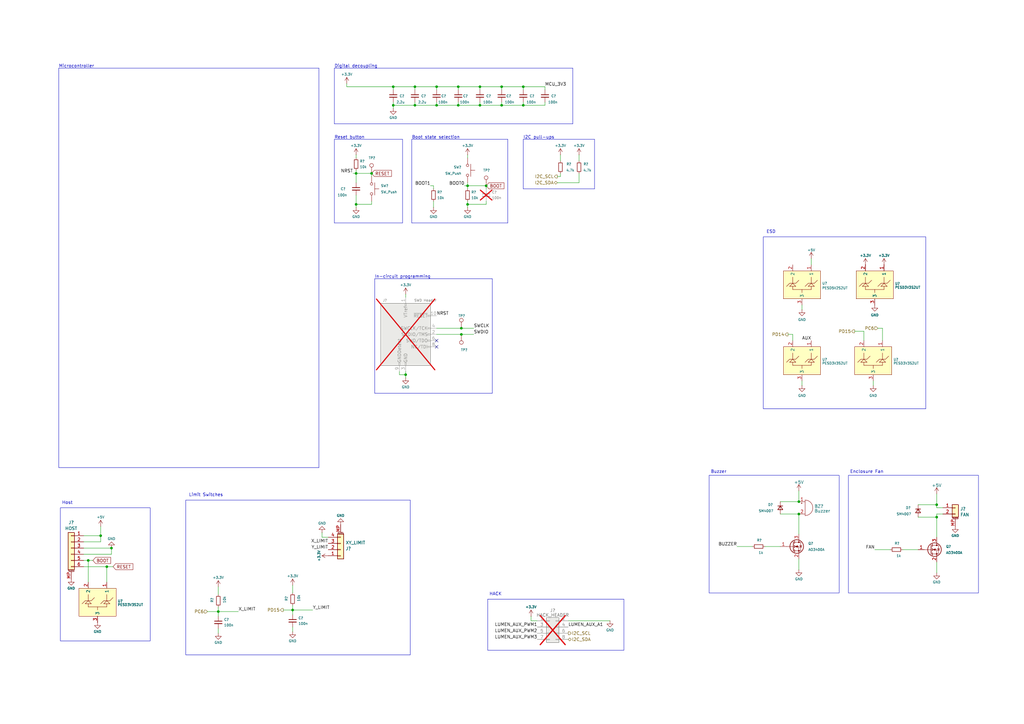
<source format=kicad_sch>
(kicad_sch (version 20231120) (generator "eeschema") (generator_version "8.0")
  (paper "A3")
  (title_block (title "LumenPnP Motherboard") (date "2023-07-30") (rev "005") (company "Opulo"))
  (lib_symbols
    (symbol "Connector:Conn_ARM_JTAG_SWD_10" (pin_names (offset 1.016))
      (property "Reference" "J" (at -2.54 16.51 0))
      (property "Value" "Conn_ARM_JTAG_SWD_10" (at -2.54 13.97 0))
      (symbol "Conn_ARM_JTAG_SWD_10_1_1"
        (pin power_in line (at 0 15.24 270) (length 2.54) (name "VTref") (number "1"))
        (pin open_collector line (at 12.7 7.62 180) (length 2.54) (name "~{RESET}") (number "10"))
        (pin bidirectional line (at 12.7 0 180) (length 2.54) (name "SWDIO/TMS") (number "2"))
        (pin power_in line (at 0 -15.24 90) (length 2.54) (name "GND") (number "3"))
        (pin output line (at 12.7 2.54 180) (length 2.54) (name "SWCLK/TCK") (number "4"))
        (pin passive line (at 0 -15.24 90) (length 2.54) hide (name "GND") (number "5"))
        (pin input line (at 12.7 -2.54 180) (length 2.54) (name "SWO/TDO") (number "6"))
        (pin no_connect line (at -10.16 0 0) (length 2.54) hide (name "KEY") (number "7"))
        (pin output line (at 12.7 -5.08 180) (length 2.54) (name "NC/TDI") (number "8"))
        (pin passive line (at -2.54 -15.24 90) (length 2.54) (name "GNDDetect") (number "9"))
      )
    )
    (symbol "Connector:TestPoint" (pin_numbers hide) (pin_names (offset 0.762) hide)
      (property "Reference" "TP" (at 0 6.858 0))
      (property "Value" "TestPoint" (at 0 5.08 0))
      (symbol "TestPoint_1_1"
        (pin passive line (at 0 0 90) (length 2.54) (name "1") (number "1"))
      )
    )
    (symbol "Connector_Generic:Conn_02x04_Odd_Even" (pin_names (offset 1.016) hide)
      (property "Reference" "J" (at 1.27 5.08 0))
      (property "Value" "Conn_02x04_Odd_Even" (at 1.27 -7.62 0))
      (symbol "Conn_02x04_Odd_Even_1_1"
        (pin passive line (at -5.08 2.54 0) (length 3.81) (name "Pin_1") (number "1"))
        (pin passive line (at 7.62 2.54 180) (length 3.81) (name "Pin_2") (number "2"))
        (pin passive line (at -5.08 0 0) (length 3.81) (name "Pin_3") (number "3"))
        (pin passive line (at 7.62 0 180) (length 3.81) (name "Pin_4") (number "4"))
        (pin passive line (at -5.08 -2.54 0) (length 3.81) (name "Pin_5") (number "5"))
        (pin passive line (at 7.62 -2.54 180) (length 3.81) (name "Pin_6") (number "6"))
        (pin passive line (at -5.08 -5.08 0) (length 3.81) (name "Pin_7") (number "7"))
        (pin passive line (at 7.62 -5.08 180) (length 3.81) (name "Pin_8") (number "8"))
      )
    )
    (symbol "Connector_Generic_MountingPin:Conn_01x02_MountingPin" (pin_names (offset 1.016) hide)
      (property "Reference" "J" (at 0 2.54 0))
      (property "Value" "Conn_01x02_MountingPin" (at 1.27 -5.08 0))
      (symbol "Conn_01x02_MountingPin_1_1"
        (text "Mounting" (at 0 -4.191 0) (effects (font (size 0.381 0.381))))
        (pin passive line (at -5.08 0 0) (length 3.81) (name "Pin_1") (number "1"))
        (pin passive line (at -5.08 -2.54 0) (length 3.81) (name "Pin_2") (number "2"))
        (pin passive line (at 0 -7.62 90) (length 3.048) (name "MountPin") (number "MP"))
      )
    )
    (symbol "Connector_Generic_MountingPin:Conn_01x04_MountingPin" (pin_names (offset 1.016) hide)
      (property "Reference" "J" (at 0 5.08 0))
      (property "Value" "Conn_01x04_MountingPin" (at 1.27 -7.62 0))
      (symbol "Conn_01x04_MountingPin_1_1"
        (text "Mounting" (at 0 -6.731 0) (effects (font (size 0.381 0.381))))
        (pin passive line (at -5.08 2.54 0) (length 3.81) (name "Pin_1") (number "1"))
        (pin passive line (at -5.08 0 0) (length 3.81) (name "Pin_2") (number "2"))
        (pin passive line (at -5.08 -2.54 0) (length 3.81) (name "Pin_3") (number "3"))
        (pin passive line (at -5.08 -5.08 0) (length 3.81) (name "Pin_4") (number "4"))
        (pin passive line (at 0 -10.16 90) (length 3.048) (name "MountPin") (number "MP"))
      )
    )
    (symbol "Connector_Generic_MountingPin:Conn_01x06_MountingPin" (pin_names (offset 1.016) hide)
      (property "Reference" "J" (at 0 7.62 0))
      (property "Value" "Conn_01x06_MountingPin" (at 1.27 -10.16 0))
      (symbol "Conn_01x06_MountingPin_1_1"
        (text "Mounting" (at 0 -9.271 0) (effects (font (size 0.381 0.381))))
        (pin passive line (at -5.08 5.08 0) (length 3.81) (name "Pin_1") (number "1"))
        (pin passive line (at -5.08 2.54 0) (length 3.81) (name "Pin_2") (number "2"))
        (pin passive line (at -5.08 0 0) (length 3.81) (name "Pin_3") (number "3"))
        (pin passive line (at -5.08 -2.54 0) (length 3.81) (name "Pin_4") (number "4"))
        (pin passive line (at -5.08 -5.08 0) (length 3.81) (name "Pin_5") (number "5"))
        (pin passive line (at -5.08 -7.62 0) (length 3.81) (name "Pin_6") (number "6"))
        (pin passive line (at 0 -12.7 90) (length 3.048) (name "MountPin") (number "MP"))
      )
    )
    (symbol "Device:Buzzer" (pin_names (offset 0.0254) hide)
      (property "Reference" "BZ" (at 3.81 1.27 0))
      (property "Value" "Buzzer" (at 3.81 -1.27 0))
      (symbol "Buzzer_1_1"
        (pin passive line (at -2.54 2.54 0) (length 2.54) (name "+") (number "1"))
        (pin passive line (at -2.54 -2.54 0) (length 2.54) (name "-") (number "2"))
      )
    )
    (symbol "Device:C_Small" (pin_numbers hide) (pin_names (offset 0.254) hide)
      (property "Reference" "C" (at 0.254 1.778 0))
      (property "Value" "C_Small" (at 0.254 -2.032 0))
      (symbol "C_Small_1_1"
        (pin passive line (at 0 2.54 270) (length 2.032) (name "~") (number "1"))
        (pin passive line (at 0 -2.54 90) (length 2.032) (name "~") (number "2"))
      )
    )
    (symbol "Device:Crystal_GND24_Small" (pin_names (offset 1.016) hide)
      (property "Reference" "Y" (at 1.27 4.445 0))
      (property "Value" "Crystal_GND24_Small" (at 1.27 2.54 0))
      (symbol "Crystal_GND24_Small_1_1"
        (pin passive line (at -2.54 0 0) (length 1.27) (name "1") (number "1"))
        (pin passive line (at 0 -2.54 90) (length 0.635) (name "2") (number "2"))
        (pin passive line (at 2.54 0 180) (length 1.27) (name "3") (number "3"))
        (pin passive line (at 0 2.54 270) (length 0.635) (name "4") (number "4"))
      )
    )
    (symbol "Device:D_Small" (pin_numbers hide) (pin_names (offset 0.254) hide)
      (property "Reference" "D" (at -1.27 2.032 0))
      (property "Value" "D_Small" (at -3.81 -2.032 0))
      (symbol "D_Small_1_1"
        (pin passive line (at -2.54 0 0) (length 1.778) (name "K") (number "1"))
        (pin passive line (at 2.54 0 180) (length 1.778) (name "A") (number "2"))
      )
    )
    (symbol "Device:R_Small" (pin_numbers hide) (pin_names (offset 0.254) hide)
      (property "Reference" "R" (at 0.762 0.508 0))
      (property "Value" "R_Small" (at 0.762 -1.016 0))
      (symbol "R_Small_1_1"
        (pin passive line (at 0 2.54 270) (length 0.762) (name "~") (number "1"))
        (pin passive line (at 0 -2.54 90) (length 0.762) (name "~") (number "2"))
      )
    )
    (symbol "MCU_ST_STM32H7:STM32H723ZETx"
      (property "Reference" "U" (at -27.94 90.17 0))
      (property "Value" "STM32H723ZETx" (at 20.32 90.17 0))
      (symbol "STM32H723ZETx_1_1"
        (pin bidirectional line (at -33.02 -33.02 0) (length 5.08) (name "PE2") (number "1"))
        (pin bidirectional line (at -33.02 15.24 0) (length 5.08) (name "PF0") (number "10"))
        (pin bidirectional line (at 35.56 66.04 180) (length 5.08) (name "PA8") (number "100"))
        (pin bidirectional line (at 35.56 63.5 180) (length 5.08) (name "PA9") (number "101"))
        (pin bidirectional line (at 35.56 60.96 180) (length 5.08) (name "PA10") (number "102"))
        (pin bidirectional line (at 35.56 58.42 180) (length 5.08) (name "PA11") (number "103"))
        (pin bidirectional line (at 35.56 55.88 180) (length 5.08) (name "PA12") (number "104"))
        (pin bidirectional line (at 35.56 53.34 180) (length 5.08) (name "PA13(JTMS") (number "105"))
        (pin power_out line (at -33.02 -73.66 0) (length 5.08) (name "VCAP") (number "106"))
        (pin passive line (at 0 -91.44 90) (length 5.08) hide (name "VSS") (number "107"))
        (pin power_in line (at 5.08 93.98 270) (length 5.08) (name "VDD") (number "108"))
        (pin bidirectional line (at 35.56 50.8 180) (length 5.08) (name "PA14(JTCK") (number "109"))
        (pin bidirectional line (at -33.02 12.7 0) (length 5.08) (name "PF1") (number "11"))
        (pin bidirectional line (at 35.56 48.26 180) (length 5.08) (name "PA15(JTDI)") (number "110"))
        (pin bidirectional line (at 35.56 -25.4 180) (length 5.08) (name "PC10") (number "111"))
        (pin bidirectional line (at 35.56 -27.94 180) (length 5.08) (name "PC11") (number "112"))
        (pin bidirectional line (at 35.56 -30.48 180) (length 5.08) (name "PC12") (number "113"))
        (pin bidirectional line (at 35.56 -43.18 180) (length 5.08) (name "PD0") (number "114"))
        (pin bidirectional line (at 35.56 -45.72 180) (length 5.08) (name "PD1") (number "115"))
        (pin bidirectional line (at 35.56 -48.26 180) (length 5.08) (name "PD2") (number "116"))
        (pin bidirectional line (at 35.56 -50.8 180) (length 5.08) (name "PD3") (number "117"))
        (pin bidirectional line (at 35.56 -53.34 180) (length 5.08) (name "PD4") (number "118"))
        (pin bidirectional line (at 35.56 -55.88 180) (length 5.08) (name "PD5") (number "119"))
        (pin bidirectional line (at -33.02 10.16 0) (length 5.08) (name "PF2") (number "12"))
        (pin passive line (at 0 -91.44 90) (length 5.08) hide (name "VSS") (number "120"))
        (pin power_in line (at 7.62 93.98 270) (length 5.08) (name "VDD") (number "121"))
        (pin bidirectional line (at 35.56 -58.42 180) (length 5.08) (name "PD6") (number "122"))
        (pin bidirectional line (at 35.56 -60.96 180) (length 5.08) (name "PD7") (number "123"))
        (pin bidirectional line (at -33.02 35.56 0) (length 5.08) (name "PG9") (number "124"))
        (pin bidirectional line (at -33.02 33.02 0) (length 5.08) (name "PG10") (number "125"))
        (pin bidirectional line (at -33.02 30.48 0) (length 5.08) (name "PG11") (number "126"))
        (pin bidirectional line (at -33.02 27.94 0) (length 5.08) (name "PG12") (number "127"))
        (pin bidirectional line (at -33.02 25.4 0) (length 5.08) (name "PG13") (number "128"))
        (pin bidirectional line (at -33.02 22.86 0) (length 5.08) (name "PG14") (number "129"))
        (pin bidirectional line (at -33.02 7.62 0) (length 5.08) (name "PF3") (number "13"))
        (pin passive line (at 0 -91.44 90) (length 5.08) hide (name "VSS") (number "130"))
        (pin power_in line (at 10.16 93.98 270) (length 5.08) (name "VDD") (number "131"))
        (pin bidirectional line (at -33.02 20.32 0) (length 5.08) (name "PG15") (number "132"))
        (pin bidirectional line (at 35.56 35.56 180) (length 5.08) (name "PB3(JTDO") (number "133"))
        (pin bidirectional line (at 35.56 33.02 180) (length 5.08) (name "PB4(NJTRST)") (number "134"))
        (pin bidirectional line (at 35.56 30.48 180) (length 5.08) (name "PB5") (number "135"))
        (pin bidirectional line (at 35.56 27.94 180) (length 5.08) (name "PB6") (number "136"))
        (pin bidirectional line (at 35.56 25.4 180) (length 5.08) (name "PB7") (number "137"))
        (pin input line (at -33.02 81.28 0) (length 5.08) (name "BOOT0") (number "138"))
        (pin bidirectional line (at 35.56 22.86 180) (length 5.08) (name "PB8") (number "139"))
        (pin bidirectional line (at -33.02 5.08 0) (length 5.08) (name "PF4") (number "14"))
        (pin bidirectional line (at 35.56 20.32 180) (length 5.08) (name "PB9") (number "140"))
        (pin bidirectional line (at -33.02 -27.94 0) (length 5.08) (name "PE0") (number "141"))
        (pin bidirectional line (at -33.02 -30.48 0) (length 5.08) (name "PE1") (number "142"))
        (pin input line (at -33.02 71.12 0) (length 5.08) (name "PDR_ON") (number "143"))
        (pin power_in line (at 12.7 93.98 270) (length 5.08) (name "VDD") (number "144"))
        (pin bidirectional line (at -33.02 2.54 0) (length 5.08) (name "PF5") (number "15"))
        (pin power_in line (at 0 -91.44 90) (length 5.08) (name "VSS") (number "16"))
        (pin power_in line (at -12.7 93.98 270) (length 5.08) (name "VDD") (number "17"))
        (pin bidirectional line (at -33.02 0 0) (length 5.08) (name "PF6") (number "18"))
        (pin bidirectional line (at -33.02 -2.54 0) (length 5.08) (name "PF7") (number "19"))
        (pin bidirectional line (at -33.02 -35.56 0) (length 5.08) (name "PE3") (number "2"))
        (pin bidirectional line (at -33.02 -5.08 0) (length 5.08) (name "PF8") (number "20"))
        (pin bidirectional line (at -33.02 -7.62 0) (length 5.08) (name "PF9") (number "21"))
        (pin bidirectional line (at -33.02 -10.16 0) (length 5.08) (name "PF10") (number "22"))
        (pin bidirectional line (at -33.02 66.04 0) (length 5.08) (name "PH0") (number "23"))
        (pin bidirectional line (at -33.02 63.5 0) (length 5.08) (name "PH1") (number "24"))
        (pin input line (at -33.02 86.36 0) (length 5.08) (name "NRST") (number "25"))
        (pin bidirectional line (at 35.56 0 180) (length 5.08) (name "PC0") (number "26"))
        (pin bidirectional line (at 35.56 -2.54 180) (length 5.08) (name "PC1") (number "27"))
        (pin bidirectional line (at 35.56 -5.08 180) (length 5.08) (name "PC2_C") (number "28"))
        (pin bidirectional line (at 35.56 -7.62 180) (length 5.08) (name "PC3_C") (number "29"))
        (pin bidirectional line (at -33.02 -38.1 0) (length 5.08) (name "PE4") (number "3"))
        (pin power_in line (at -10.16 93.98 270) (length 5.08) (name "VDD") (number "30"))
        (pin power_in line (at 2.54 -91.44 90) (length 5.08) (name "VSSA") (number "31"))
        (pin input line (at -33.02 76.2 0) (length 5.08) (name "VREF+") (number "32"))
        (pin power_in line (at 17.78 93.98 270) (length 5.08) (name "VDDA") (number "33"))
        (pin bidirectional line (at 35.56 86.36 180) (length 5.08) (name "PA0") (number "34"))
        (pin bidirectional line (at 35.56 83.82 180) (length 5.08) (name "PA1") (number "35"))
        (pin bidirectional line (at 35.56 81.28 180) (length 5.08) (name "PA2") (number "36"))
        (pin bidirectional line (at 35.56 78.74 180) (length 5.08) (name "PA3") (number "37"))
        (pin passive line (at 0 -91.44 90) (length 5.08) hide (name "VSS") (number "38"))
        (pin power_in line (at -7.62 93.98 270) (length 5.08) (name "VDD") (number "39"))
        (pin bidirectional line (at -33.02 -40.64 0) (length 5.08) (name "PE5") (number "4"))
        (pin bidirectional line (at 35.56 76.2 180) (length 5.08) (name "PA4") (number "40"))
        (pin bidirectional line (at 35.56 73.66 180) (length 5.08) (name "PA5") (number "41"))
        (pin bidirectional line (at 35.56 71.12 180) (length 5.08) (name "PA6") (number "42"))
        (pin bidirectional line (at 35.56 68.58 180) (length 5.08) (name "PA7") (number "43"))
        (pin bidirectional line (at 35.56 -10.16 180) (length 5.08) (name "PC4") (number "44"))
        (pin bidirectional line (at 35.56 -12.7 180) (length 5.08) (name "PC5") (number "45"))
        (pin bidirectional line (at 35.56 43.18 180) (length 5.08) (name "PB0") (number "46"))
        (pin bidirectional line (at 35.56 40.64 180) (length 5.08) (name "PB1") (number "47"))
        (pin bidirectional line (at 35.56 38.1 180) (length 5.08) (name "PB2") (number "48"))
        (pin bidirectional line (at -33.02 -12.7 0) (length 5.08) (name "PF11") (number "49"))
        (pin bidirectional line (at -33.02 -43.18 0) (length 5.08) (name "PE6") (number "5"))
        (pin bidirectional line (at -33.02 -15.24 0) (length 5.08) (name "PF12") (number "50"))
        (pin passive line (at 0 -91.44 90) (length 5.08) hide (name "VSS") (number "51"))
        (pin power_in line (at -5.08 93.98 270) (length 5.08) (name "VDD") (number "52"))
        (pin bidirectional line (at -33.02 -17.78 0) (length 5.08) (name "PF13") (number "53"))
        (pin bidirectional line (at -33.02 -20.32 0) (length 5.08) (name "PF14") (number "54"))
        (pin bidirectional line (at -33.02 -22.86 0) (length 5.08) (name "PF15") (number "55"))
        (pin bidirectional line (at -33.02 58.42 0) (length 5.08) (name "PG0") (number "56"))
        (pin bidirectional line (at -33.02 55.88 0) (length 5.08) (name "PG1") (number "57"))
        (pin bidirectional line (at -33.02 -45.72 0) (length 5.08) (name "PE7") (number "58"))
        (pin bidirectional line (at -33.02 -48.26 0) (length 5.08) (name "PE8") (number "59"))
        (pin power_in line (at -15.24 93.98 270) (length 5.08) (name "VBAT") (number "6"))
        (pin bidirectional line (at -33.02 -50.8 0) (length 5.08) (name "PE9") (number "60"))
        (pin passive line (at 0 -91.44 90) (length 5.08) hide (name "VSS") (number "61"))
        (pin power_in line (at -2.54 93.98 270) (length 5.08) (name "VDD") (number "62"))
        (pin bidirectional line (at -33.02 -53.34 0) (length 5.08) (name "PE10") (number "63"))
        (pin bidirectional line (at -33.02 -55.88 0) (length 5.08) (name "PE11") (number "64"))
        (pin bidirectional line (at -33.02 -58.42 0) (length 5.08) (name "PE12") (number "65"))
        (pin bidirectional line (at -33.02 -60.96 0) (length 5.08) (name "PE13") (number "66"))
        (pin bidirectional line (at -33.02 -63.5 0) (length 5.08) (name "PE14") (number "67"))
        (pin bidirectional line (at -33.02 -66.04 0) (length 5.08) (name "PE15") (number "68"))
        (pin bidirectional line (at 35.56 17.78 180) (length 5.08) (name "PB10") (number "69"))
        (pin bidirectional line (at 35.56 -33.02 180) (length 5.08) (name "PC13") (number "7"))
        (pin bidirectional line (at 35.56 15.24 180) (length 5.08) (name "PB11") (number "70"))
        (pin power_out line (at -33.02 -71.12 0) (length 5.08) (name "VCAP") (number "71"))
        (pin power_in line (at 0 93.98 270) (length 5.08) (name "VDD") (number "72"))
        (pin bidirectional line (at 35.56 12.7 180) (length 5.08) (name "PB12") (number "73"))
        (pin bidirectional line (at 35.56 10.16 180) (length 5.08) (name "PB13") (number "74"))
        (pin bidirectional line (at 35.56 7.62 180) (length 5.08) (name "PB14") (number "75"))
        (pin bidirectional line (at 35.56 5.08 180) (length 5.08) (name "PB15") (number "76"))
        (pin bidirectional line (at 35.56 -63.5 180) (length 5.08) (name "PD8") (number "77"))
        (pin bidirectional line (at 35.56 -66.04 180) (length 5.08) (name "PD9") (number "78"))
        (pin bidirectional line (at 35.56 -68.58 180) (length 5.08) (name "PD10") (number "79"))
        (pin bidirectional line (at 35.56 -35.56 180) (length 5.08) (name "PC14") (number "8"))
        (pin bidirectional line (at 35.56 -71.12 180) (length 5.08) (name "PD11") (number "80"))
        (pin bidirectional line (at 35.56 -73.66 180) (length 5.08) (name "PD12") (number "81"))
        (pin bidirectional line (at 35.56 -76.2 180) (length 5.08) (name "PD13") (number "82"))
        (pin passive line (at 0 -91.44 90) (length 5.08) hide (name "VSS") (number "83"))
        (pin power_in line (at 2.54 93.98 270) (length 5.08) (name "VDD") (number "84"))
        (pin bidirectional line (at 35.56 -78.74 180) (length 5.08) (name "PD14") (number "85"))
        (pin bidirectional line (at 35.56 -81.28 180) (length 5.08) (name "PD15") (number "86"))
        (pin bidirectional line (at -33.02 53.34 0) (length 5.08) (name "PG2") (number "87"))
        (pin bidirectional line (at -33.02 50.8 0) (length 5.08) (name "PG3") (number "88"))
        (pin bidirectional line (at -33.02 48.26 0) (length 5.08) (name "PG4") (number "89"))
        (pin bidirectional line (at 35.56 -38.1 180) (length 5.08) (name "PC15") (number "9"))
        (pin bidirectional line (at -33.02 45.72 0) (length 5.08) (name "PG5") (number "90"))
        (pin bidirectional line (at -33.02 43.18 0) (length 5.08) (name "PG6") (number "91"))
        (pin bidirectional line (at -33.02 40.64 0) (length 5.08) (name "PG7") (number "92"))
        (pin bidirectional line (at -33.02 38.1 0) (length 5.08) (name "PG8") (number "93"))
        (pin passive line (at 0 -91.44 90) (length 5.08) hide (name "VSS") (number "94"))
        (pin power_in line (at 15.24 93.98 270) (length 5.08) (name "VDD33USB") (number "95"))
        (pin bidirectional line (at 35.56 -15.24 180) (length 5.08) (name "PC6") (number "96"))
        (pin bidirectional line (at 35.56 -17.78 180) (length 5.08) (name "PC7") (number "97"))
        (pin bidirectional line (at 35.56 -20.32 180) (length 5.08) (name "PC8") (number "98"))
        (pin bidirectional line (at 35.56 -22.86 180) (length 5.08) (name "PC9") (number "99"))
      )
    )
    (symbol "Switch:SW_Push" (pin_numbers hide) (pin_names (offset 1.016) hide)
      (property "Reference" "SW" (at 1.27 2.54 0))
      (property "Value" "SW_Push" (at 0 -1.524 0))
      (symbol "SW_Push_0_1"
        (pin passive line (at -5.08 0 0) (length 2.54) (name "1") (number "1"))
        (pin passive line (at 5.08 0 180) (length 2.54) (name "2") (number "2"))
      )
    )
    (symbol "Transistor_FET:AO3400A" (pin_names hide)
      (property "Reference" "Q" (at 5.08 1.905 0))
      (property "Value" "AO3400A" (at 5.08 0 0))
      (symbol "AO3400A_1_1"
        (pin input line (at -5.08 0 0) (length 2.54) (name "G") (number "1"))
        (pin passive line (at 2.54 -5.08 90) (length 2.54) (name "S") (number "2"))
        (pin passive line (at 2.54 5.08 270) (length 2.54) (name "D") (number "3"))
      )
    )
    (symbol "index:PESD24VS2UT"
      (property "Reference" "U" (at -3.81 -8.89 0))
      (property "Value" "PESD24VS2UT" (at 1.27 8.89 0))
      (symbol "PESD24VS2UT_1_1"
        (pin free line (at -7.62 3.81 0) (length 2.54) (name "1") (number "1"))
        (pin free line (at -7.62 -3.81 0) (length 2.54) (name "2") (number "2"))
        (pin free line (at 8.89 0 180) (length 2.54) (name "3") (number "3"))
      )
    )
    (symbol "power:+3.3V" (power) (pin_numbers hide) (pin_names (offset 0) hide)
      (property "Value" "+3.3V" (at 0 3.556 0))
      (symbol "+3.3V_1_1"
        (pin power_in line (at 0 0 90) (length 0) (name "~") (number "1"))
      )
    )
    (symbol "power:+3.3VA" (power) (pin_numbers hide) (pin_names (offset 0) hide)
      (property "Value" "+3.3VA" (at 0 3.556 0))
      (symbol "+3.3VA_1_1"
        (pin power_in line (at 0 0 90) (length 0) (name "~") (number "1"))
      )
    )
    (symbol "power:+3V3" (power) (pin_numbers hide) (pin_names (offset 0) hide)
      (property "Value" "+3V3" (at 0 3.556 0))
      (symbol "+3V3_1_1"
        (pin power_in line (at 0 0 90) (length 0) (name "~") (number "1"))
      )
    )
    (symbol "power:+5V" (power) (pin_numbers hide) (pin_names (offset 0) hide)
      (property "Value" "+5V" (at 0 3.556 0))
      (symbol "+5V_1_1"
        (pin power_in line (at 0 0 90) (length 0) (name "~") (number "1"))
      )
    )
    (symbol "power:GND" (power) (pin_numbers hide) (pin_names (offset 0) hide)
      (property "Value" "GND" (at 0 -3.81 0))
      (symbol "GND_1_1"
        (pin power_in line (at 0 0 270) (length 0) (name "~") (number "1"))
      )
    )
    (symbol "power:PWR_FLAG" (power) (pin_numbers hide) (pin_names (offset 0) hide)
      (property "Value" "PWR_FLAG" (at 0 3.81 0))
      (symbol "PWR_FLAG_0_0"
        (pin power_out line (at 0 0 90) (length 0) (name "~") (number "1"))
      )
    )
  )
  (junction (at -109.22 222.25))
  (junction (at 170.18 43.18))
  (junction (at 170.18 35.56))
  (junction (at 120.015 250.19))
  (junction (at 189.23 134.62))
  (junction (at -104.14 34.29))
  (junction (at -156.21 50.8))
  (junction (at -160.02 73.66))
  (junction (at 41.275 219.71))
  (junction (at 179.07 35.56))
  (junction (at 191.77 76.2))
  (junction (at -166.37 58.42))
  (junction (at 196.85 35.56))
  (junction (at 146.05 83.82))
  (junction (at -101.6 34.29))
  (junction (at 384.175 212.09))
  (junction (at 199.39 76.2))
  (junction (at 45.72 224.79))
  (junction (at 214.63 35.56))
  (junction (at -160.02 63.5))
  (junction (at 187.96 43.18))
  (junction (at 161.29 35.56))
  (junction (at -142.24 63.5))
  (junction (at 189.23 137.16))
  (junction (at 191.77 83.82))
  (junction (at 205.74 35.56))
  (junction (at -99.06 34.29))
  (junction (at -111.76 35.56))
  (junction (at -106.68 34.29))
  (junction (at 166.37 153.67))
  (junction (at 161.29 43.18))
  (junction (at -119.38 35.56))
  (junction (at -176.53 50.8))
  (junction (at 196.85 43.18))
  (junction (at -109.22 35.56))
  (junction (at 36.195 229.87))
  (junction (at 327.66 210.82))
  (junction (at 43.815 232.41))
  (junction (at -114.3 35.56))
  (junction (at 214.63 43.18))
  (junction (at 205.74 43.18))
  (junction (at -149.86 66.04))
  (junction (at 187.96 35.56))
  (junction (at -121.92 35.56))
  (junction (at 146.05 71.12))
  (junction (at 384.175 207.01))
  (junction (at 89.535 250.825))
  (junction (at -142.24 66.04))
  (junction (at 152.4 71.12))
  (junction (at 327.66 205.74))
  (junction (at -116.84 35.56))
  (junction (at -96.52 34.29))
  (junction (at -166.37 54.61))
  (junction (at 179.07 43.18))
  (no_connect (at 179.07 139.7))
  (no_connect (at 179.07 142.24))
  (wire (pts (xy -166.37 46.99) (xy -162.56 46.99)))
  (wire (pts (xy -111.76 35.56) (xy -109.22 35.56)))
  (wire (pts (xy 34.29 222.25) (xy 41.275 222.25)))
  (polyline (pts (xy 234.95 27.94) (xy 234.95 50.8)))
  (wire (pts (xy -96.52 34.29) (xy -93.98 34.29)))
  (wire (pts (xy 191.77 74.93) (xy 191.77 76.2)))
  (wire (pts (xy 142.24 34.29) (xy 142.24 35.56)))
  (wire (pts (xy -166.37 48.26) (xy -166.37 46.99)))
  (wire (pts (xy 205.74 35.56) (xy 214.63 35.56)))
  (wire (pts (xy 187.96 43.18) (xy 187.96 41.91)))
  (wire (pts (xy 89.535 257.81) (xy 89.535 259.715)))
  (wire (pts (xy -96.52 34.29) (xy -96.52 35.56)))
  (wire (pts (xy 327.66 201.295) (xy 327.66 205.74)))
  (polyline (pts (xy 201.93 114.3) (xy 201.93 161.29)))
  (wire (pts (xy 36.195 229.87) (xy 34.29 229.87)))
  (wire (pts (xy 189.23 134.62) (xy 179.07 134.62)))
  (polyline (pts (xy 208.28 57.15) (xy 208.28 91.44)))
  (wire (pts (xy 190.5 76.2) (xy 191.77 76.2)))
  (wire (pts (xy 116.205 250.19) (xy 120.015 250.19)))
  (wire (pts (xy -142.24 66.04) (xy -137.16 66.04)))
  (wire (pts (xy -121.92 35.56) (xy -119.38 35.56)))
  (polyline (pts (xy 153.67 114.3) (xy 153.67 161.29)))
  (wire (pts (xy -156.21 48.26) (xy -156.21 50.8)))
  (wire (pts (xy 187.96 35.56) (xy 196.85 35.56)))
  (polyline (pts (xy 24.13 27.94) (xy 130.81 27.94)))
  (wire (pts (xy 189.23 137.16) (xy 179.07 137.16)))
  (polyline (pts (xy 214.63 57.15) (xy 214.63 77.47)))
  (wire (pts (xy -104.14 34.29) (xy -104.14 35.56)))
  (wire (pts (xy 214.63 43.18) (xy 214.63 41.91)))
  (wire (pts (xy 36.195 229.87) (xy 38.1 229.87)))
  (wire (pts (xy 205.74 43.18) (xy 205.74 41.91)))
  (wire (pts (xy 34.29 227.33) (xy 45.72 227.33)))
  (wire (pts (xy 34.29 219.71) (xy 41.275 219.71)))
  (wire (pts (xy 187.96 35.56) (xy 187.96 36.83)))
  (wire (pts (xy 199.39 83.82) (xy 199.39 82.55)))
  (polyline (pts (xy 208.28 91.44) (xy 168.91 91.44)))
  (wire (pts (xy -162.56 46.99) (xy -162.56 54.61)))
  (wire (pts (xy 323.215 137.16) (xy 325.12 137.16)))
  (wire (pts (xy 120.015 250.19) (xy 120.015 252.095)))
  (wire (pts (xy 163.83 153.67) (xy 166.37 153.67)))
  (wire (pts (xy -91.44 34.29) (xy -91.44 35.56)))
  (polyline (pts (xy 168.91 57.15) (xy 208.28 57.15)))
  (wire (pts (xy 152.4 83.82) (xy 152.4 82.55)))
  (wire (pts (xy 320.04 205.74) (xy 327.66 205.74)))
  (wire (pts (xy -104.14 34.29) (xy -101.6 34.29)))
  (wire (pts (xy 205.74 35.56) (xy 205.74 36.83)))
  (wire (pts (xy -156.21 57.15) (xy -156.21 58.42)))
  (wire (pts (xy 132.08 220.345) (xy 132.08 218.44)))
  (wire (pts (xy 34.29 224.79) (xy 45.72 224.79)))
  (wire (pts (xy -106.68 34.29) (xy -104.14 34.29)))
  (wire (pts (xy 89.535 240.665) (xy 89.535 243.84)))
  (wire (pts (xy 327.66 210.82) (xy 327.66 219.075)))
  (wire (pts (xy 328.93 156.21) (xy 328.93 158.115)))
  (wire (pts (xy 152.4 72.39) (xy 152.4 71.12)))
  (wire (pts (xy 85.09 250.825) (xy 89.535 250.825)))
  (wire (pts (xy 358.14 156.21) (xy 358.14 158.115)))
  (wire (pts (xy -166.37 54.61) (xy -162.56 54.61)))
  (wire (pts (xy 146.05 83.82) (xy 152.4 83.82)))
  (wire (pts (xy 166.37 153.67) (xy 166.37 152.4)))
  (wire (pts (xy 376.555 212.09) (xy 384.175 212.09)))
  (polyline (pts (xy 137.16 57.15) (xy 137.16 91.44)))
  (wire (pts (xy 134.62 220.345) (xy 132.08 220.345)))
  (wire (pts (xy -116.84 35.56) (xy -114.3 35.56)))
  (wire (pts (xy 237.49 63.5) (xy 237.49 66.04)))
  (wire (pts (xy -101.6 34.29) (xy -101.6 35.56)))
  (wire (pts (xy 228.6 72.39) (xy 229.87 72.39)))
  (wire (pts (xy 223.52 43.18) (xy 214.63 43.18)))
  (wire (pts (xy 36.195 238.76) (xy 36.195 229.87)))
  (wire (pts (xy 43.815 232.41) (xy 46.355 232.41)))
  (wire (pts (xy -106.68 34.29) (xy -109.22 34.29)))
  (wire (pts (xy 161.29 43.18) (xy 161.29 44.45)))
  (wire (pts (xy 384.175 230.505) (xy 384.175 234.95)))
  (wire (pts (xy 384.175 212.09) (xy 384.175 220.345)))
  (polyline (pts (xy 243.84 57.15) (xy 243.84 77.47)))
  (polyline (pts (xy 201.93 161.29) (xy 153.67 161.29)))
  (wire (pts (xy -156.21 50.8) (xy -156.21 52.07)))
  (wire (pts (xy -93.98 34.29) (xy -93.98 35.56)))
  (wire (pts (xy 120.015 250.19) (xy 128.27 250.19)))
  (wire (pts (xy -176.53 43.18) (xy -176.53 50.8)))
  (wire (pts (xy 370.205 225.425) (xy 376.555 225.425)))
  (polyline (pts (xy 130.81 191.77) (xy 24.13 191.77)))
  (polyline (pts (xy 137.16 57.15) (xy 165.1 57.15)))
  (wire (pts (xy 146.05 80.01) (xy 146.05 83.82)))
  (wire (pts (xy -166.37 53.34) (xy -166.37 54.61)))
  (wire (pts (xy 361.95 134.62) (xy 361.95 139.7)))
  (wire (pts (xy 376.555 207.01) (xy 384.175 207.01)))
  (wire (pts (xy -109.22 222.25) (xy -106.68 222.25)))
  (wire (pts (xy -142.24 48.26) (xy -156.21 48.26)))
  (wire (pts (xy 166.37 120.65) (xy 166.37 121.92)))
  (wire (pts (xy 146.05 71.12) (xy 146.05 74.93)))
  (wire (pts (xy -176.53 58.42) (xy -166.37 58.42)))
  (polyline (pts (xy 214.63 57.15) (xy 243.84 57.15)))
  (wire (pts (xy -106.68 220.98) (xy -106.68 222.25)))
  (wire (pts (xy -124.46 35.56) (xy -121.92 35.56)))
  (wire (pts (xy 228.6 74.93) (xy 237.49 74.93)))
  (wire (pts (xy 191.77 76.2) (xy 199.39 76.2)))
  (wire (pts (xy 146.05 71.12) (xy 146.05 69.85)))
  (wire (pts (xy 223.52 41.91) (xy 223.52 43.18)))
  (wire (pts (xy 41.275 219.71) (xy 41.275 215.9)))
  (wire (pts (xy -176.53 50.8) (xy -168.91 50.8)))
  (wire (pts (xy -160.02 73.66) (xy -160.02 74.93)))
  (wire (pts (xy -104.14 33.02) (xy -104.14 34.29)))
  (wire (pts (xy 89.535 250.825) (xy 89.535 252.73)))
  (wire (pts (xy -160.02 72.39) (xy -160.02 73.66)))
  (wire (pts (xy 177.8 76.2) (xy 177.8 77.47)))
  (wire (pts (xy 233.045 254.635) (xy 250.19 254.635)))
  (wire (pts (xy 161.29 36.83) (xy 161.29 35.56)))
  (polyline (pts (xy 137.16 27.94) (xy 137.16 50.8)))
  (wire (pts (xy 386.715 208.28) (xy 384.175 208.28)))
  (polyline (pts (xy 137.16 27.94) (xy 234.95 27.94)))
  (wire (pts (xy 229.87 63.5) (xy 229.87 66.04)))
  (polyline (pts (xy 165.1 91.44) (xy 165.1 57.15)))
  (wire (pts (xy 217.805 252.73) (xy 217.805 254.635)))
  (wire (pts (xy 176.53 76.2) (xy 177.8 76.2)))
  (wire (pts (xy -149.86 66.04) (xy -142.24 66.04)))
  (wire (pts (xy 191.77 63.5) (xy 191.77 64.77)))
  (wire (pts (xy 196.85 43.18) (xy 187.96 43.18)))
  (wire (pts (xy 191.77 82.55) (xy 191.77 83.82)))
  (wire (pts (xy 170.18 43.18) (xy 161.29 43.18)))
  (wire (pts (xy -160.02 63.5) (xy -160.02 67.31)))
  (wire (pts (xy 170.18 35.56) (xy 179.07 35.56)))
  (wire (pts (xy 41.275 222.25) (xy 41.275 219.71)))
  (wire (pts (xy 386.715 210.82) (xy 384.175 210.82)))
  (wire (pts (xy 179.07 43.18) (xy 179.07 41.91)))
  (wire (pts (xy 161.29 43.18) (xy 161.29 41.91)))
  (polyline (pts (xy 168.91 57.15) (xy 168.91 91.44)))
  (wire (pts (xy 223.52 35.56) (xy 223.52 36.83)))
  (wire (pts (xy 214.63 35.56) (xy 214.63 36.83)))
  (wire (pts (xy 196.85 35.56) (xy 196.85 36.83)))
  (wire (pts (xy 146.05 63.5) (xy 146.05 64.77)))
  (wire (pts (xy 196.85 35.56) (xy 205.74 35.56)))
  (polyline (pts (xy 243.84 77.47) (xy 214.63 77.47)))
  (wire (pts (xy 161.29 35.56) (xy 170.18 35.56)))
  (wire (pts (xy 89.535 248.92) (xy 89.535 250.825)))
  (wire (pts (xy -149.86 72.39) (xy -149.86 73.66)))
  (wire (pts (xy 384.175 208.28) (xy 384.175 207.01)))
  (wire (pts (xy 237.49 71.12) (xy 237.49 74.93)))
  (wire (pts (xy 302.26 224.155) (xy 308.61 224.155)))
  (wire (pts (xy 187.96 43.18) (xy 179.07 43.18)))
  (wire (pts (xy 163.83 153.67) (xy 163.83 152.4)))
  (wire (pts (xy -109.22 34.29) (xy -109.22 35.56)))
  (polyline (pts (xy 137.16 91.44) (xy 165.1 91.44)))
  (wire (pts (xy 120.015 248.285) (xy 120.015 250.19)))
  (wire (pts (xy 34.29 232.41) (xy 43.815 232.41)))
  (wire (pts (xy -163.83 50.8) (xy -156.21 50.8)))
  (wire (pts (xy 327.66 229.235) (xy 327.66 233.68)))
  (wire (pts (xy 217.805 254.635) (xy 220.345 254.635)))
  (wire (pts (xy -114.3 35.56) (xy -111.76 35.56)))
  (wire (pts (xy -99.06 34.29) (xy -96.52 34.29)))
  (polyline (pts (xy 153.67 114.3) (xy 201.93 114.3)))
  (wire (pts (xy 196.85 43.18) (xy 196.85 41.91)))
  (wire (pts (xy -166.37 58.42) (xy -156.21 58.42)))
  (wire (pts (xy -160.02 62.23) (xy -160.02 63.5)))
  (polyline (pts (xy 234.95 50.8) (xy 137.16 50.8)))
  (wire (pts (xy -119.38 35.56) (xy -116.84 35.56)))
  (wire (pts (xy 45.72 227.33) (xy 45.72 224.79)))
  (wire (pts (xy 179.07 35.56) (xy 187.96 35.56)))
  (wire (pts (xy -109.22 220.98) (xy -109.22 222.25)))
  (wire (pts (xy 191.77 83.82) (xy 199.39 83.82)))
  (wire (pts (xy 199.39 77.47) (xy 199.39 76.2)))
  (wire (pts (xy -68.58 91.44) (xy -73.66 91.44)))
  (wire (pts (xy -176.53 52.07) (xy -176.53 50.8)))
  (wire (pts (xy 152.4 71.12) (xy 146.05 71.12)))
  (wire (pts (xy -149.86 66.04) (xy -149.86 67.31)))
  (wire (pts (xy 332.74 106.045) (xy 332.74 108.585)))
  (wire (pts (xy 205.74 43.18) (xy 196.85 43.18)))
  (wire (pts (xy -176.53 43.18) (xy -142.24 43.18)))
  (wire (pts (xy 120.015 257.175) (xy 120.015 259.08)))
  (wire (pts (xy 179.07 43.18) (xy 170.18 43.18)))
  (wire (pts (xy 328.93 125.095) (xy 328.93 127)))
  (wire (pts (xy -149.86 62.23) (xy -149.86 66.04)))
  (wire (pts (xy 120.015 240.03) (xy 120.015 243.205)))
  (wire (pts (xy -176.53 57.15) (xy -176.53 58.42)))
  (wire (pts (xy 177.8 82.55) (xy 177.8 85.09)))
  (wire (pts (xy -101.6 34.29) (xy -99.06 34.29)))
  (wire (pts (xy 89.535 250.825) (xy 97.79 250.825)))
  (wire (pts (xy 179.07 35.56) (xy 179.07 36.83)))
  (wire (pts (xy -160.02 73.66) (xy -149.86 73.66)))
  (wire (pts (xy 142.24 35.56) (xy 161.29 35.56)))
  (wire (pts (xy 384.175 202.565) (xy 384.175 207.01)))
  (wire (pts (xy 170.18 43.18) (xy 170.18 41.91)))
  (wire (pts (xy 144.78 71.12) (xy 146.05 71.12)))
  (wire (pts (xy 384.175 210.82) (xy 384.175 212.09)))
  (wire (pts (xy -99.06 34.29) (xy -99.06 35.56)))
  (wire (pts (xy -166.37 54.61) (xy -166.37 58.42)))
  (wire (pts (xy -166.37 58.42) (xy -166.37 59.69)))
  (wire (pts (xy 325.12 137.16) (xy 325.12 139.7)))
  (wire (pts (xy -106.68 34.29) (xy -106.68 35.56)))
  (wire (pts (xy 313.69 224.155) (xy 320.04 224.155)))
  (wire (pts (xy -109.22 222.25) (xy -109.22 223.52)))
  (wire (pts (xy 354.33 135.89) (xy 354.33 139.7)))
  (wire (pts (xy 191.77 83.82) (xy 191.77 85.09)))
  (polyline (pts (xy 24.13 27.94) (xy 24.13 191.77)))
  (wire (pts (xy 358.775 225.425) (xy 365.125 225.425)))
  (wire (pts (xy 214.63 43.18) (xy 205.74 43.18)))
  (wire (pts (xy 320.04 210.82) (xy 327.66 210.82)))
  (wire (pts (xy 194.31 137.16) (xy 189.23 137.16)))
  (wire (pts (xy 350.52 135.89) (xy 354.33 135.89)))
  (wire (pts (xy 43.815 232.41) (xy 43.815 238.76)))
  (wire (pts (xy 360.045 134.62) (xy 361.95 134.62)))
  (wire (pts (xy -142.24 63.5) (xy -137.16 63.5)))
  (polyline (pts (xy 130.81 27.94) (xy 130.81 191.77)))
  (wire (pts (xy 191.77 76.2) (xy 191.77 77.47)))
  (wire (pts (xy 170.18 35.56) (xy 170.18 36.83)))
  (wire (pts (xy 194.31 134.62) (xy 189.23 134.62)))
  (wire (pts (xy 214.63 35.56) (xy 223.52 35.56)))
  (wire (pts (xy -160.02 63.5) (xy -142.24 63.5)))
  (wire (pts (xy 166.37 153.67) (xy 166.37 154.94)))
  (wire (pts (xy 146.05 83.82) (xy 146.05 85.09)))
  (wire (pts (xy 229.87 72.39) (xy 229.87 71.12)))
  (rectangle (start 347.98 194.945) (end 401.32 243.205))
  (rectangle (start 24.765 208.28) (end 61.595 262.89))
  (rectangle (start 290.83 194.945) (end 344.17 243.205))
  (rectangle (start 200.025 245.745) (end 255.905 266.7))
  (rectangle (start 313.055 97.155) (end 379.73 167.64))
  (rectangle (start 76.2 205.105) (end 168.275 268.605))
  (text "Reset button" (at 137.16 57.15 0) (effects (font (size 1.27 1.27)) (justify left bottom)))
  (text "Microcontroller" (at 24.13 27.94 0) (effects (font (size 1.27 1.27)) (justify left bottom)))
  (text "Enclosure Fan" (at 348.615 194.31 0) (effects (font (size 1.27 1.27)) (justify left bottom)))
  (text "Boot state selection" (at 168.91 57.15 0) (effects (font (size 1.27 1.27)) (justify left bottom)))
  (text "Limit Switches" (at 77.47 203.835 0) (effects (font (size 1.27 1.27)) (justify left bottom)))
  (text "Host" (at 25.4 207.01 0) (effects (font (size 1.27 1.27)) (justify left bottom)))
  (text "Buzzer" (at 291.465 194.31 0) (effects (font (size 1.27 1.27)) (justify left bottom)))
  (text "HACK" (at 200.66 244.475 0) (effects (font (size 1.27 1.27)) (justify left bottom)))
  (text "Digital decoupling" (at 137.16 27.94 0) (effects (font (size 1.27 1.27)) (justify left bottom)))
  (text "ESD" (at 314.325 95.885 0) (effects (font (size 1.27 1.27)) (justify left bottom)))
  (text "In-circuit programming" (at 153.67 114.3 0) (effects (font (size 1.27 1.27)) (justify left bottom)))
  (text "I2C pull-ups" (at 214.63 57.15 0) (effects (font (size 1.27 1.27)) (justify left bottom)))
  (label "X_LIMIT" (at 134.62 222.885 180))
  (label "BOOT1" (at 176.53 76.2 180))
  (label "Y_LIMIT" (at 134.62 225.425 180))
  (label "SWDIO" (at -73.66 76.2 0))
  (label "BOOT1" (at -68.58 91.44 0))
  (label "LUMEN_AUX_PWM2" (at 220.345 259.715 180))
  (label "SWCLK" (at -73.66 78.74 0))
  (label "LUMEN_AUX_A1" (at 233.045 257.175 0))
  (label "BOOT0" (at 190.5 76.2 180))
  (label "LUMEN_AUX_PWM1" (at 220.345 257.175 180))
  (label "AUX" (at 332.74 139.7 180))
  (label "X_LIMIT" (at 97.79 250.825 0))
  (label "BUZZER" (at 302.26 224.155 180))
  (label "NRST" (at 179.07 129.54 0))
  (label "SWDIO" (at 194.31 137.16 0))
  (label "Y_LIMIT" (at 128.27 250.19 0))
  (label "MCU_3V3" (at 223.52 35.56 0))
  (label "SWCLK" (at 194.31 134.62 0))
  (label "FAN" (at 358.775 225.425 180))
  (label "LUMEN_AUX_PWM3" (at 220.345 262.255 180))
  (label "BUZZER" (at -73.66 86.36 0))
  (label "NRST" (at 144.78 71.12 180))
  (global_label "BOOT" (shape input) (at 199.39 76.2 0) (property "Intersheetrefs" "${INTERSHEET_REFS}" (effects (hide yes))))
  (global_label "RESET" (shape input) (at 152.4 71.12 0) (property "Intersheetrefs" "${INTERSHEET_REFS}" (effects (hide yes))))
  (global_label "RESET" (shape input) (at 46.355 232.41 0) (property "Intersheetrefs" "${INTERSHEET_REFS}" (effects (hide yes))))
  (global_label "TOP_LIGHT" (shape input) (at -55.88 120.65 0) (property "Intersheetrefs" "${INTERSHEET_REFS}" (effects (hide yes))))
  (global_label "BOOT" (shape input) (at 38.1 229.87 0) (property "Intersheetrefs" "${INTERSHEET_REFS}" (effects (hide yes))))
  (hierarchical_label "PB3_SPI3_SCK" (shape output) (at -73.66 93.98 0))
  (hierarchical_label "PB6_I2C1_SCL" (shape output) (at -73.66 101.6 0))
  (hierarchical_label "PE4" (shape output) (at -142.24 167.64 180))
  (hierarchical_label "PG12" (shape output) (at -142.24 101.6 180))
  (hierarchical_label "PE6" (shape output) (at -142.24 172.72 180))
  (hierarchical_label "RS485_DE" (shape output) (at -73.66 203.2 0))
  (hierarchical_label "PB5_SPI3_COPI" (shape output) (at -73.66 99.06 0))
  (hierarchical_label "RS485_RE" (shape output) (at -73.66 200.66 0))
  (hierarchical_label "PC14" (shape output) (at -73.66 165.1 0))
  (hierarchical_label "USB_D+" (shape bidirectional) (at -73.66 73.66 0))
  (hierarchical_label "PE3" (shape output) (at -142.24 165.1 180))
  (hierarchical_label "I2C_SDA" (shape bidirectional) (at 233.045 262.255 0))
  (hierarchical_label "PE5" (shape output) (at -142.24 170.18 180))
  (hierarchical_label "PA10_USART1_RX" (shape input) (at -73.66 68.58 0))
  (hierarchical_label "PB4_SPI3_CIPO" (shape input) (at -73.66 96.52 0))
  (hierarchical_label "PE1" (shape output) (at -142.24 160.02 180))
  (hierarchical_label "PC13" (shape output) (at -73.66 162.56 0))
  (hierarchical_label "I2C_SCL" (shape output) (at 233.045 259.715 0))
  (hierarchical_label "PC6" (shape input) (at 85.09 250.825 180))
  (hierarchical_label "PE2" (shape output) (at -142.24 162.56 180))
  (hierarchical_label "PD15" (shape output) (at 350.52 135.89 180))
  (hierarchical_label "PA9_USART1_TX" (shape output) (at -73.66 66.04 0))
  (hierarchical_label "PE0" (shape output) (at -142.24 157.48 180))
  (hierarchical_label "USB_D-" (shape bidirectional) (at -73.66 71.12 0))
  (hierarchical_label "PD15" (shape output) (at 116.205 250.19 180))
  (hierarchical_label "PB7_I2C1_SDA" (shape bidirectional) (at -73.66 104.14 0))
  (hierarchical_label "PC6" (shape input) (at 360.045 134.62 180))
  (hierarchical_label "PD14" (shape output) (at 323.215 137.16 180))
  (hierarchical_label "I2C_SDA" (shape bidirectional) (at 228.6 74.93 180))
  (hierarchical_label "I2C_SCL" (shape output) (at 228.6 72.39 180))
  (symbol (lib_id "Device:C_Small") (at -160.02 69.85 0) (unit 1)
    (property "Reference" "C29" (at -165.1 69.85 0) (effects (justify left)))
    (property "Value" "2u2" (at -165.1 72.39 0) (effects (justify left)))
    (property "Footprint" "Capacitor_SMD:C_0805_2012Metric" (effects (hide yes)))
    (property "Description" "Unpolarized capacitor, small symbol" (effects (hide yes)))
    (property "Digikey" "587-4961-1-ND" (effects (hide yes)))
    (property "JLCPCB" "C49217" (effects (hide yes)))
    (property "LCSC" "C49217" (effects (hide yes)))
    (property "Mouser" "963-UMK212ABJ225KG-T" (effects (hide yes)))
    (property "Notes" "50V/10%" (effects (hide yes)))
  )
  (symbol (lib_id "Switch:SW_Push") (at 152.4 77.47 270) (mirror x) (unit 1)
    (property "Reference" "SW?" (at 156.21 76.2 90) (effects (font (size 1 1)) (justify left)))
    (property "Value" "SW_Push" (at 156.21 78.74 90) (effects (font (size 1 1)) (justify left)))
    (property "Footprint" "Button_Switch_SMD:SW_SPST_B3S-1000" (effects (hide yes)))
    (property "Description" "Push button switch, generic, two pins" (effects (hide yes)))
    (property "JLCPCB" "C455108" (effects (hide yes)))
    (property "Digikey" "SW415-ND" (effects (hide yes)))
    (property "LCSC" "C455108" (effects (hide yes)))
    (property "Mouser" "653-B3S-1000P" (effects (hide yes)))
  )
  (symbol (lib_id "power:+5V") (at 41.275 215.9 0) (unit 1)
    (property "Reference" "#PWR?" (effects (hide yes)))
    (property "Value" "+5V" (at 41.275 212.09 0) (effects (font (size 1 1))))
    (property "Description" "Power symbol creates a global label with name \"+5V\"" (effects (hide yes)))
  )
  (symbol (lib_id "power:+3.3V") (at 120.015 240.03 0) (unit 1)
    (property "Reference" "#PWR?" (effects (hide yes)))
    (property "Value" "+3.3V" (at 120.015 236.22 0) (effects (font (size 1 1))))
    (property "Description" "Power symbol creates a global label with name \"+3.3V\"" (effects (hide yes)))
  )
  (symbol (lib_id "Device:R_Small") (at 191.77 80.01 0) (unit 1)
    (property "Reference" "R?" (at 193.2686 78.8416 0) (effects (font (size 1 1)) (justify left)))
    (property "Value" "10k" (at 193.2686 81.153 0) (effects (font (size 1 1)) (justify left)))
    (property "Footprint" "Resistor_SMD:R_0805_2012Metric" (effects (hide yes)))
    (property "Description" "Resistor, small symbol" (effects (hide yes)))
    (property "Digikey" "RMCF0805FT10K0CT-ND" (effects (hide yes)))
    (property "JLCPCB" "C17414" (effects (hide yes)))
    (property "LCSC" "C115295" (effects (hide yes)))
    (property "Mouser" "71-CRCW080510K0FKEAC" (effects (hide yes)))
  )
  (symbol (lib_id "Switch:SW_Push") (at 191.77 69.85 270) (mirror x) (unit 1)
    (property "Reference" "SW?" (at 189.23 68.58 90) (effects (font (size 1 1)) (justify right)))
    (property "Value" "SW_Push" (at 189.23 71.12 90) (effects (font (size 1 1)) (justify right)))
    (property "Footprint" "Button_Switch_SMD:SW_SPST_B3S-1000" (effects (hide yes)))
    (property "Description" "Push button switch, generic, two pins" (effects (hide yes)))
    (property "JLCPCB" "C455108" (effects (hide yes)))
    (property "Digikey" "SW415-ND" (effects (hide yes)))
    (property "LCSC" "C455108" (effects (hide yes)))
    (property "Mouser" "653-B3S-1000P" (effects (hide yes)))
  )
  (symbol (lib_id "Connector:TestPoint") (at 199.39 76.2 0) (unit 1)
    (property "Reference" "TP?" (at 198.12 69.85 0) (effects (font (size 1 1)) (justify left)))
    (property "Value" "TestPoint" (effects (hide yes)))
    (property "Footprint" "TestPoint:TestPoint_Pad_D2.0mm" (effects (hide yes)))
    (property "Description" "test point" (effects (hide yes)))
  )
  (symbol (lib_id "index:PESD24VS2UT") (at 328.93 116.205 270) (unit 1)
    (property "Reference" "U?" (at 337.185 116.1963 90) (effects (font (size 1 1)) (justify left)))
    (property "Value" "PESD5V2S2UT" (at 337.185 118.1173 90) (effects (font (size 1 1)) (justify left)))
    (property "Footprint" "Package_TO_SOT_SMD:SOT-23-3" (effects (hide yes)))
    (property "JLCPCB" "C2827690" (effects (hide yes)))
    (property "LCSC" "C2827690" (effects (hide yes)))
  )
  (symbol (lib_id "power:+3.3V") (at 166.37 120.65 0) (unit 1)
    (property "Reference" "#PWR?" (effects (hide yes)))
    (property "Value" "+3.3V" (at 166.37 116.84 0) (effects (font (size 1 1))))
    (property "Description" "Power symbol creates a global label with name \"+3.3V\"" (effects (hide yes)))
  )
  (symbol (lib_id "power:GND") (at 120.015 259.08 0) (unit 1)
    (property "Reference" "#PWR?" (effects (hide yes)))
    (property "Value" "GND" (at 120.015 262.89 0) (effects (font (size 1 1))))
    (property "Description" "Power symbol creates a global label with name \"GND\" , ground" (effects (hide yes)))
  )
  (symbol (lib_id "Device:C_Small") (at 146.05 77.47 0) (unit 1)
    (property "Reference" "C?" (at 139.7 77.47 0) (effects (font (size 1 1)) (justify left)))
    (property "Value" "100n" (at 138.43 80.01 0) (effects (font (size 1 1)) (justify left)))
    (property "Footprint" "Capacitor_SMD:C_0805_2012Metric" (effects (hide yes)))
    (property "Description" "Unpolarized capacitor, small symbol" (effects (hide yes)))
    (property "JLCPCB" "C49678" (effects (hide yes)))
    (property "LCSC" "C38141" (effects (hide yes)))
    (property "Notes" "6.3V" (effects (hide yes)))
  )
  (symbol (lib_id "Device:C_Small") (at 205.74 39.37 0) (unit 1)
    (property "Reference" "C?" (at 207.645 39.37 0) (effects (font (size 1 1)) (justify left)))
    (property "Value" "100n" (at 207.01 41.91 0) (effects (font (size 1 1)) (justify left)))
    (property "Footprint" "Capacitor_SMD:C_0805_2012Metric" (effects (hide yes)))
    (property "Description" "Unpolarized capacitor, small symbol" (effects (hide yes)))
    (property "Digikey" "1276-1180-1-ND" (effects (hide yes)))
    (property "JLCPCB" "C49678" (effects (hide yes)))
    (property "LCSC" "C38141" (effects (hide yes)))
    (property "Mouser" "581-08055C104K" (effects (hide yes)))
    (property "Notes" "50V/10%" (effects (hide yes)))
  )
  (symbol (lib_id "index:PESD24VS2UT") (at 358.14 147.32 270) (unit 1)
    (property "Reference" "U?" (at 366.395 147.4211 90) (effects (font (size 1 1)) (justify left)))
    (property "Value" "PESD3V3S2UT" (at 366.395 148.9877 90) (effects (font (size 1 1)) (justify left)))
    (property "Footprint" "Package_TO_SOT_SMD:SOT-23-3" (effects (hide yes)))
    (property "JLCPCB" "C84276" (effects (hide yes)))
    (property "LCSC" "C84276" (effects (hide yes)))
  )
  (symbol (lib_id "Device:C_Small") (at 161.29 39.37 0) (unit 1)
    (property "Reference" "C?" (at 163.83 39.37 0) (effects (font (size 1 1)) (justify left)))
    (property "Value" "2.2u" (at 162.56 41.91 0) (effects (font (size 1 1)) (justify left)))
    (property "Footprint" "Capacitor_SMD:C_0805_2012Metric" (effects (hide yes)))
    (property "Description" "Unpolarized capacitor, small symbol" (effects (hide yes)))
    (property "Digikey" "587-4961-1-ND" (effects (hide yes)))
    (property "JLCPCB" "C377773" (effects (hide yes)))
    (property "LCSC" "C377773" (effects (hide yes)))
    (property "Mouser" "963-UMK212ABJ225KG-T" (effects (hide yes)))
    (property "Notes" "50V/10%" (effects (hide yes)))
  )
  (symbol (lib_id "power:PWR_FLAG") (at -149.86 62.23 0) (unit 1)
    (property "Reference" "#FLG04" (effects (hide yes)))
    (property "Value" "PWR_FLAG" (at -149.86 58.42 0))
    (property "Description" "Special symbol for telling ERC where power comes from" (effects (hide yes)))
  )
  (symbol (lib_id "Connector_Generic_MountingPin:Conn_01x06_MountingPin") (at 29.21 224.79 0) (mirror y) (unit 1)
    (property "Reference" "J?" (at 29.21 214.2957 0))
    (property "Value" "HOST" (at 29.21 216.7199 0))
    (property "Footprint" "Connector_JST:JST_PH_B6B-PH-SM4-TB_1x06-1MP_P2.00mm_Vertical" (effects (hide yes)))
    (property "Description" "Generic connectable mounting pin connector, single row, 01x06, script generated (kicad-library-utils/schlib/autogen/connector/)" (effects (hide yes)))
    (property "JLCPCB" "C2829154" (effects (hide yes)))
    (property "LCSC" "C64659" (effects (hide yes)))
  )
  (symbol (lib_id "MCU_ST_STM32H7:STM32H723ZETx") (at -109.22 129.54 0) (unit 1)
    (property "Reference" "U7" (at -104.4859 218.44 0) (effects (justify left)))
    (property "Value" "STM32H723ZETx" (at -104.4859 220.98 0) (effects (justify left)))
    (property "Footprint" "Package_QFP:LQFP-144_20x20mm_P0.5mm" (effects (hide yes)))
    (property "Datasheet" "https://www.st.com/resource/en/datasheet/stm32h723ze.pdf" (effects (hide yes)))
    (property "Description" "STMicroelectronics Arm Cortex-M7 MCU, 512KB flash, 564KB RAM, 550 MHz, 1.62-3.6V, 114 GPIO, LQFP144" (effects (hide yes)))
  )
  (symbol (lib_id "Device:C_Small") (at 223.52 39.37 0) (unit 1)
    (property "Reference" "C?" (at 226.06 39.37 0) (effects (font (size 1 1)) (justify left)))
    (property "Value" "100n" (at 224.79 41.91 0) (effects (font (size 1 1)) (justify left)))
    (property "Footprint" "Capacitor_SMD:C_0805_2012Metric" (effects (hide yes)))
    (property "Description" "Unpolarized capacitor, small symbol" (effects (hide yes)))
    (property "Digikey" "1276-1180-1-ND" (effects (hide yes)))
    (property "JLCPCB" "C49678" (effects (hide yes)))
    (property "LCSC" "C38141" (effects (hide yes)))
    (property "Mouser" "581-08055C104K" (effects (hide yes)))
    (property "Notes" "50V/10%" (effects (hide yes)))
  )
  (symbol (lib_id "Device:C_Small") (at 170.18 39.37 0) (unit 1)
    (property "Reference" "C?" (at 172.72 39.37 0) (effects (font (size 1 1)) (justify left)))
    (property "Value" "2.2u" (at 171.45 41.91 0) (effects (font (size 1 1)) (justify left)))
    (property "Footprint" "Capacitor_SMD:C_0805_2012Metric" (effects (hide yes)))
    (property "Description" "Unpolarized capacitor, small symbol" (effects (hide yes)))
    (property "Digikey" "587-4961-1-ND" (effects (hide yes)))
    (property "JLCPCB" "C377773" (effects (hide yes)))
    (property "LCSC" "C377773" (effects (hide yes)))
    (property "Mouser" "963-UMK212ABJ225KG-T" (effects (hide yes)))
    (property "Notes" "50V/10%" (effects (hide yes)))
  )
  (symbol (lib_id "Connector:Conn_ARM_JTAG_SWD_10") (at 166.37 137.16 0) (unit 1) (dnp yes)
    (property "Reference" "J?" (at 158.75 123.19 0) (effects (font (size 1 1)) (justify right)))
    (property "Value" "SWD Header" (at 179.07 123.19 0) (effects (font (size 1 1)) (justify right)))
    (property "Footprint" "Connector_PinHeader_1.27mm:PinHeader_2x05_P1.27mm_Vertical_SMD" (effects (hide yes)))
    (property "Datasheet" "http://infocenter.arm.com/help/topic/com.arm.doc.ddi0314h/DDI0314H_coresight_components_trm.pdf" (effects (hide yes)))
    (property "Description" "Cortex Debug Connector, standard ARM Cortex-M SWD and JTAG interface" (effects (hide yes)))
    (property "LCSC" "C150517" (effects (hide yes)))
    (property "Config" "+Debug" (effects (hide yes)))
    (property "JLCPCB" "C5160761" (effects (hide yes)))
  )
  (symbol (lib_id "Device:R_Small") (at 367.665 225.425 90) (unit 1)
    (property "Reference" "R?" (at 368.935 222.885 90) (effects (font (size 1 1)) (justify left)))
    (property "Value" "1k" (at 369.57 227.965 90) (effects (font (size 1 1)) (justify left)))
    (property "Footprint" "Resistor_SMD:R_0805_2012Metric" (effects (hide yes)))
    (property "Description" "Resistor, small symbol" (effects (hide yes)))
    (property "Digikey" "RMCF0805FT10K0CT-ND" (effects (hide yes)))
    (property "JLCPCB" "C17513" (effects (hide yes)))
    (property "LCSC" "C17513" (effects (hide yes)))
    (property "Mouser" "71-CRCW080510K0FKEAC" (effects (hide yes)))
  )
  (symbol (lib_id "Device:R_Small") (at 120.015 245.745 180) (unit 1)
    (property "Reference" "R?" (at 117.475 244.475 90) (effects (font (size 1 1)) (justify left)))
    (property "Value" "10k" (at 122.555 243.84 90) (effects (font (size 1 1)) (justify left)))
    (property "Footprint" "Resistor_SMD:R_0805_2012Metric" (effects (hide yes)))
    (property "Description" "Resistor, small symbol" (effects (hide yes)))
    (property "Digikey" "RMCF0805FT10K0CT-ND" (effects (hide yes)))
    (property "JLCPCB" "C17414" (effects (hide yes)))
    (property "LCSC" "C115295" (effects (hide yes)))
    (property "Mouser" "71-CRCW080510K0FKEAC" (effects (hide yes)))
  )
  (symbol (lib_id "power:GND") (at 161.29 44.45 0) (unit 1)
    (property "Reference" "#PWR?" (effects (hide yes)))
    (property "Value" "GND" (at 161.29 48.26 0) (effects (font (size 1 1))))
    (property "Description" "Power symbol creates a global label with name \"GND\" , ground" (effects (hide yes)))
  )
  (symbol (lib_id "Connector:TestPoint") (at 152.4 71.12 0) (unit 1)
    (property "Reference" "TP?" (at 151.13 64.77 0) (effects (font (size 1 1)) (justify left)))
    (property "Value" "TestPoint" (effects (hide yes)))
    (property "Footprint" "TestPoint:TestPoint_Pad_D2.0mm" (effects (hide yes)))
    (property "Description" "test point" (effects (hide yes)))
  )
  (symbol (lib_id "power:+3.3V") (at 89.535 240.665 0) (unit 1)
    (property "Reference" "#PWR?" (effects (hide yes)))
    (property "Value" "+3.3V" (at 89.535 236.855 0) (effects (font (size 1 1))))
    (property "Description" "Power symbol creates a global label with name \"+3.3V\"" (effects (hide yes)))
  )
  (symbol (lib_id "power:GND") (at 89.535 259.715 0) (unit 1)
    (property "Reference" "#PWR?" (effects (hide yes)))
    (property "Value" "GND" (at 89.535 263.525 0) (effects (font (size 1 1))))
    (property "Description" "Power symbol creates a global label with name \"GND\" , ground" (effects (hide yes)))
  )
  (symbol (lib_id "power:GND") (at 45.72 224.79 180) (unit 1)
    (property "Reference" "#PWR?" (effects (hide yes)))
    (property "Value" "GND" (at 45.72 220.98 0) (effects (font (size 1 1))))
    (property "Description" "Power symbol creates a global label with name \"GND\" , ground" (effects (hide yes)))
  )
  (symbol (lib_id "power:GND") (at -160.02 74.93 0) (unit 1)
    (property "Reference" "#PWR038" (effects (hide yes)))
    (property "Value" "GND" (at -159.893 79.3242 0))
    (property "Description" "Power symbol creates a global label with name \"GND\" , ground" (effects (hide yes)))
  )
  (symbol (lib_id "power:GND") (at -166.37 59.69 0) (unit 1)
    (property "Reference" "#PWR033" (effects (hide yes)))
    (property "Value" "GND" (at -166.37 63.5 0))
    (property "Description" "Power symbol creates a global label with name \"GND\" , ground" (effects (hide yes)))
  )
  (symbol (lib_id "power:GND") (at 328.93 158.115 0) (unit 1)
    (property "Reference" "#PWR?" (effects (hide yes)))
    (property "Value" "GND" (at 328.93 162.2505 0) (effects (font (size 1 1))))
    (property "Description" "Power symbol creates a global label with name \"GND\" , ground" (effects (hide yes)))
  )
  (symbol (lib_id "power:PWR_FLAG") (at -160.02 62.23 0) (unit 1)
    (property "Reference" "#FLG03" (effects (hide yes)))
    (property "Value" "PWR_FLAG" (at -160.02 58.42 0))
    (property "Description" "Special symbol for telling ERC where power comes from" (effects (hide yes)))
  )
  (symbol (lib_id "power:+3.3V") (at 354.965 108.585 0) (unit 1)
    (property "Reference" "#PWR?" (effects (hide yes)))
    (property "Value" "+3.3V" (at 354.965 104.775 0) (effects (font (size 1 1))))
    (property "Description" "Power symbol creates a global label with name \"+3.3V\"" (effects (hide yes)))
  )
  (symbol (lib_id "Transistor_FET:AO3400A") (at 381.635 225.425 0) (unit 1)
    (property "Reference" "Q?" (at 387.985 224.155 0) (effects (font (size 1 1)) (justify left)))
    (property "Value" "AO3400A" (at 387.985 226.695 0) (effects (font (size 1 1)) (justify left)))
    (property "Footprint" "Package_TO_SOT_SMD:SOT-23" (effects (hide yes)))
    (property "Datasheet" "http://www.aosmd.com/pdfs/datasheet/AO3400A.pdf" (effects (hide yes)))
    (property "Description" "30V Vds, 5.7A Id, N-Channel MOSFET, SOT-23" (effects (hide yes)))
    (property "LCSC" "C347475" (effects (hide yes)))
    (property "Notes" "30V/1A" (effects (hide yes)))
  )
  (symbol (lib_id "power:GND") (at 40.005 255.27 0) (unit 1)
    (property "Reference" "#PWR?" (effects (hide yes)))
    (property "Value" "GND" (at 40.005 259.08 0) (effects (font (size 1 1))))
    (property "Description" "Power symbol creates a global label with name \"GND\" , ground" (effects (hide yes)))
  )
  (symbol (lib_id "power:GND") (at 29.21 237.49 0) (unit 1)
    (property "Reference" "#PWR?" (effects (hide yes)))
    (property "Value" "GND" (at 29.21 241.3 0) (effects (font (size 1 1))))
    (property "Description" "Power symbol creates a global label with name \"GND\" , ground" (effects (hide yes)))
  )
  (symbol (lib_id "Connector_Generic:Conn_02x04_Odd_Even") (at 225.425 257.175 0) (unit 1) (dnp yes)
    (property "Reference" "J?" (at 226.695 250.3551 0))
    (property "Value" "HACK_HEADER" (at 226.695 252.2761 0))
    (property "Footprint" "Connector_PinHeader_2.54mm:PinHeader_2x04_P2.54mm_Vertical" (effects (hide yes)))
    (property "Description" "Generic connector, double row, 02x04, odd/even pin numbering scheme (row 1 odd numbers, row 2 even numbers), script generated (kicad-library-utils/schlib/autogen/connector/)" (effects (hide yes)))
    (property "JLCPCB" "C5383105" (effects (hide yes)))
    (property "LCSC" "C5383105" (effects (hide yes)))
  )
  (symbol (lib_id "power:+5V") (at 327.66 201.295 0) (unit 1)
    (property "Reference" "#PWR?" (effects (hide yes)))
    (property "Value" "+5V" (at 327.66 197.7931 0))
    (property "Description" "Power symbol creates a global label with name \"+5V\"" (effects (hide yes)))
  )
  (symbol (lib_id "Device:C_Small") (at 89.535 255.27 0) (unit 1)
    (property "Reference" "C?" (at 91.8718 254.1016 0) (effects (font (size 1 1)) (justify left)))
    (property "Value" "100n" (at 91.8718 256.413 0) (effects (font (size 1 1)) (justify left)))
    (property "Footprint" "Capacitor_SMD:C_0805_2012Metric" (effects (hide yes)))
    (property "Description" "Unpolarized capacitor, small symbol" (effects (hide yes)))
    (property "JLCPCB" "C49678" (effects (hide yes)))
    (property "LCSC" "C38141" (effects (hide yes)))
    (property "Notes" "6.3V" (effects (hide yes)))
  )
  (symbol (lib_id "index:PESD24VS2UT") (at 358.775 116.205 270) (unit 1)
    (property "Reference" "U?" (at 367.03 116.3061 90) (effects (font (size 1 1)) (justify left)))
    (property "Value" "PESD3V3S2UT" (at 367.03 117.8727 90) (effects (font (size 1 1)) (justify left)))
    (property "Footprint" "Package_TO_SOT_SMD:SOT-23-3" (effects (hide yes)))
    (property "JLCPCB" "C84276" (effects (hide yes)))
    (property "LCSC" "C84276" (effects (hide yes)))
  )
  (symbol (lib_id "Device:Crystal_GND24_Small") (at -166.37 50.8 0) (unit 1)
    (property "Reference" "Y1" (at -170.815 48.26 0) (effects (justify left)))
    (property "Value" "8MHz" (at -173.355 53.34 0) (effects (justify left)))
    (property "Footprint" "Crystal:Crystal_SMD_3225-4Pin_3.2x2.5mm" (effects (hide yes)))
    (property "Description" "Four pin crystal, GND on pins 2 and 4, small symbol" (effects (hide yes)))
    (property "JLCPCB" "C57131" (effects (hide yes)))
    (property "LCSC" "C518155" (effects (hide yes)))
    (property "Digikey" "50-ECS-80-10-33-CHN-CT-ND" (effects (hide yes)))
    (property "Mouser" "520-ECS-80-1033CHNTR" (effects (hide yes)))
    (property "Notes" "±10ppm/10pF" (effects (hide yes)))
  )
  (symbol (lib_id "power:GND") (at 191.77 85.09 0) (unit 1)
    (property "Reference" "#PWR?" (effects (hide yes)))
    (property "Value" "GND" (at 191.77 88.9 0) (effects (font (size 1 1))))
    (property "Description" "Power symbol creates a global label with name \"GND\" , ground" (effects (hide yes)))
  )
  (symbol (lib_id "power:GND") (at 166.37 154.94 0) (unit 1)
    (property "Reference" "#PWR?" (effects (hide yes)))
    (property "Value" "GND" (at 166.37 158.75 0) (effects (font (size 1 1))))
    (property "Description" "Power symbol creates a global label with name \"GND\" , ground" (effects (hide yes)))
  )
  (symbol (lib_id "Connector_Generic_MountingPin:Conn_01x02_MountingPin") (at 391.795 208.28 0) (unit 1)
    (property "Reference" "J?" (at 393.827 208.6935 0) (effects (justify left)))
    (property "Value" "FAN" (at 393.827 211.1177 0) (effects (justify left)))
    (property "Footprint" "Connector_JST:JST_PH_B2B-PH-SM4-TB_1x02-1MP_P2.00mm_Vertical" (effects (hide yes)))
    (property "Description" "Generic connectable mounting pin connector, single row, 01x02, script generated (kicad-library-utils/schlib/autogen/connector/)" (effects (hide yes)))
    (property "JLCPCB" "C64658" (effects (hide yes)))
    (property "LCSC" "C2829150" (effects (hide yes)))
  )
  (symbol (lib_id "Device:C_Small") (at 196.85 39.37 0) (unit 1)
    (property "Reference" "C?" (at 199.39 39.37 0) (effects (font (size 1 1)) (justify left)))
    (property "Value" "100n" (at 198.12 41.91 0) (effects (font (size 1 1)) (justify left)))
    (property "Footprint" "Capacitor_SMD:C_0805_2012Metric" (effects (hide yes)))
    (property "Description" "Unpolarized capacitor, small symbol" (effects (hide yes)))
    (property "Digikey" "1276-1180-1-ND" (effects (hide yes)))
    (property "JLCPCB" "C49678" (effects (hide yes)))
    (property "LCSC" "C38141" (effects (hide yes)))
    (property "Mouser" "581-08055C104K" (effects (hide yes)))
    (property "Notes" "50V/10%" (effects (hide yes)))
  )
  (symbol (lib_id "Device:R_Small") (at 229.87 68.58 0) (mirror y) (unit 1)
    (property "Reference" "R?" (at 234.315 67.31 0) (effects (font (size 1 1)) (justify left)))
    (property "Value" "4.7k" (at 235.585 69.85 0) (effects (font (size 1 1)) (justify left)))
    (property "Footprint" "Resistor_SMD:R_0805_2012Metric" (effects (hide yes)))
    (property "Description" "Resistor, small symbol" (effects (hide yes)))
    (property "Digikey" "A129757CT-ND" (effects (hide yes)))
    (property "JLCPCB" "C17673" (effects (hide yes)))
    (property "LCSC" "C17673" (effects (hide yes)))
    (property "Mouser" "71-CRCW08054K70FKEAC" (effects (hide yes)))
  )
  (symbol (lib_id "power:+5V") (at 384.175 202.565 0) (unit 1)
    (property "Reference" "#PWR?" (effects (hide yes)))
    (property "Value" "+5V" (at 384.175 199.0631 0))
    (property "Description" "Power symbol creates a global label with name \"+5V\"" (effects (hide yes)))
  )
  (symbol (lib_id "power:+3.3V") (at -104.14 33.02 0) (unit 1)
    (property "Reference" "#PWR028" (effects (hide yes)))
    (property "Value" "+3V3" (at -104.14 29.21 0))
    (property "Description" "Power symbol creates a global label with name \"+3.3V\"" (effects (hide yes)))
  )
  (symbol (lib_id "Device:C_Small") (at -156.21 54.61 0) (unit 1)
    (property "Reference" "C28" (at -153.67 54.61 0) (effects (justify left)))
    (property "Value" "10p" (at -154.94 57.15 0) (effects (justify left)))
    (property "Footprint" "Capacitor_SMD:C_0805_2012Metric" (effects (hide yes)))
    (property "Description" "Unpolarized capacitor, small symbol" (effects (hide yes)))
    (property "JLCPCB" "C1785" (effects (hide yes)))
    (property "LCSC" "C525280" (effects (hide yes)))
    (property "Notes" "50V/5%/C0G" (effects (hide yes)))
  )
  (symbol (lib_id "power:GND") (at 132.08 218.44 180) (unit 1)
    (property "Reference" "#PWR?" (effects (hide yes)))
    (property "Value" "GND" (at 132.08 214.63 0) (effects (font (size 1 1))))
    (property "Description" "Power symbol creates a global label with name \"GND\" , ground" (effects (hide yes)))
  )
  (symbol (lib_id "Device:R_Small") (at 177.8 80.01 0) (unit 1)
    (property "Reference" "R?" (at 179.2986 78.8416 0) (effects (font (size 1 1)) (justify left)))
    (property "Value" "10k" (at 179.2986 81.153 0) (effects (font (size 1 1)) (justify left)))
    (property "Footprint" "Resistor_SMD:R_0805_2012Metric" (effects (hide yes)))
    (property "Description" "Resistor, small symbol" (effects (hide yes)))
    (property "Digikey" "RMCF0805FT10K0CT-ND" (effects (hide yes)))
    (property "JLCPCB" "C17414" (effects (hide yes)))
    (property "LCSC" "C115295" (effects (hide yes)))
    (property "Mouser" "71-CRCW080510K0FKEAC" (effects (hide yes)))
  )
  (symbol (lib_id "index:PESD24VS2UT") (at 328.93 147.32 270) (unit 1)
    (property "Reference" "U?" (at 337.185 147.4211 90) (effects (font (size 1 1)) (justify left)))
    (property "Value" "PESD3V3S2UT" (at 337.185 148.9877 90) (effects (font (size 1 1)) (justify left)))
    (property "Footprint" "Package_TO_SOT_SMD:SOT-23-3" (effects (hide yes)))
    (property "JLCPCB" "C84276" (effects (hide yes)))
    (property "LCSC" "C84276" (effects (hide yes)))
  )
  (symbol (lib_id "power:+5V") (at 332.74 106.045 0) (unit 1)
    (property "Reference" "#PWR?" (effects (hide yes)))
    (property "Value" "+5V" (at 332.74 102.5431 0) (effects (font (size 1 1))))
    (property "Description" "Power symbol creates a global label with name \"+5V\"" (effects (hide yes)))
  )
  (symbol (lib_id "Device:R_Small") (at 89.535 246.38 180) (unit 1)
    (property "Reference" "R?" (at 86.995 245.11 90) (effects (font (size 1 1)) (justify left)))
    (property "Value" "10k" (at 92.075 244.475 90) (effects (font (size 1 1)) (justify left)))
    (property "Footprint" "Resistor_SMD:R_0805_2012Metric" (effects (hide yes)))
    (property "Description" "Resistor, small symbol" (effects (hide yes)))
    (property "Digikey" "RMCF0805FT10K0CT-ND" (effects (hide yes)))
    (property "JLCPCB" "C17414" (effects (hide yes)))
    (property "LCSC" "C115295" (effects (hide yes)))
    (property "Mouser" "71-CRCW080510K0FKEAC" (effects (hide yes)))
  )
  (symbol (lib_id "power:+3.3V") (at 134.62 227.965 90) (unit 1)
    (property "Reference" "#PWR?" (effects (hide yes)))
    (property "Value" "+3.3V" (at 130.81 227.965 0) (effects (font (size 1 1))))
    (property "Description" "Power symbol creates a global label with name \"+3.3V\"" (effects (hide yes)))
  )
  (symbol (lib_id "power:GND") (at 177.8 85.09 0) (unit 1)
    (property "Reference" "#PWR?" (effects (hide yes)))
    (property "Value" "GND" (at 177.8 88.9 0) (effects (font (size 1 1))))
    (property "Description" "Power symbol creates a global label with name \"GND\" , ground" (effects (hide yes)))
  )
  (symbol (lib_id "power:+3.3V") (at 237.49 63.5 0) (mirror y) (unit 1)
    (property "Reference" "#PWR?" (effects (hide yes)))
    (property "Value" "+3.3V" (at 237.49 59.69 0) (effects (font (size 1 1))))
    (property "Description" "Power symbol creates a global label with name \"+3.3V\"" (effects (hide yes)))
  )
  (symbol (lib_id "power:GND") (at 328.93 127 0) (unit 1)
    (property "Reference" "#PWR?" (effects (hide yes)))
    (property "Value" "GND" (at 328.93 131.1355 0) (effects (font (size 1 1))))
    (property "Description" "Power symbol creates a global label with name \"GND\" , ground" (effects (hide yes)))
  )
  (symbol (lib_id "Device:R_Small") (at 146.05 67.31 0) (unit 1)
    (property "Reference" "R?" (at 147.5486 66.1416 0) (effects (font (size 1 1)) (justify left)))
    (property "Value" "10k" (at 147.5486 68.453 0) (effects (font (size 1 1)) (justify left)))
    (property "Footprint" "Resistor_SMD:R_0805_2012Metric" (effects (hide yes)))
    (property "Description" "Resistor, small symbol" (effects (hide yes)))
    (property "Digikey" "RMCF0805FT10K0CT-ND" (effects (hide yes)))
    (property "JLCPCB" "C17414" (effects (hide yes)))
    (property "LCSC" "C115295" (effects (hide yes)))
    (property "Mouser" "71-CRCW080510K0FKEAC" (effects (hide yes)))
  )
  (symbol (lib_id "power:GND") (at 250.19 254.635 0) (unit 1)
    (property "Reference" "#PWR?" (effects (hide yes)))
    (property "Value" "GND" (at 250.19 258.445 0) (effects (font (size 1 1))))
    (property "Description" "Power symbol creates a global label with name \"GND\" , ground" (effects (hide yes)))
  )
  (symbol (lib_id "Device:C_Small") (at 214.63 39.37 0) (unit 1)
    (property "Reference" "C?" (at 217.17 39.37 0) (effects (font (size 1 1)) (justify left)))
    (property "Value" "100n" (at 215.9 41.91 0) (effects (font (size 1 1)) (justify left)))
    (property "Footprint" "Capacitor_SMD:C_0805_2012Metric" (effects (hide yes)))
    (property "Description" "Unpolarized capacitor, small symbol" (effects (hide yes)))
    (property "Digikey" "1276-1180-1-ND" (effects (hide yes)))
    (property "JLCPCB" "C49678" (effects (hide yes)))
    (property "LCSC" "C38141" (effects (hide yes)))
    (property "Mouser" "581-08055C104K" (effects (hide yes)))
    (property "Notes" "50V/10%" (effects (hide yes)))
  )
  (symbol (lib_id "Transistor_FET:AO3400A") (at 325.12 224.155 0) (unit 1)
    (property "Reference" "Q?" (at 331.47 222.885 0) (effects (font (size 1 1)) (justify left)))
    (property "Value" "AO3400A" (at 331.47 225.425 0) (effects (font (size 1 1)) (justify left)))
    (property "Footprint" "Package_TO_SOT_SMD:SOT-23" (effects (hide yes)))
    (property "Datasheet" "http://www.aosmd.com/pdfs/datasheet/AO3400A.pdf" (effects (hide yes)))
    (property "Description" "30V Vds, 5.7A Id, N-Channel MOSFET, SOT-23" (effects (hide yes)))
    (property "LCSC" "C347475" (effects (hide yes)))
    (property "Notes" "30V/1A" (effects (hide yes)))
  )
  (symbol (lib_id "power:GND") (at -109.22 223.52 0) (unit 1)
    (property "Reference" "#PWR058" (effects (hide yes)))
    (property "Value" "GND" (at -109.22 227.33 0))
    (property "Description" "Power symbol creates a global label with name \"GND\" , ground" (effects (hide yes)))
  )
  (symbol (lib_id "power:+3.3V") (at 229.87 63.5 0) (mirror y) (unit 1)
    (property "Reference" "#PWR?" (effects (hide yes)))
    (property "Value" "+3.3V" (at 229.87 59.69 0) (effects (font (size 1 1))))
    (property "Description" "Power symbol creates a global label with name \"+3.3V\"" (effects (hide yes)))
  )
  (symbol (lib_id "Device:D_Small") (at 320.04 208.28 270) (unit 1)
    (property "Reference" "D?" (at 314.96 207.01 90) (effects (font (size 1 1)) (justify left)))
    (property "Value" "SM4007" (at 311.15 209.55 90) (effects (font (size 1 1)) (justify left)))
    (property "Footprint" "Diode_SMD:D_SOD-123F" (effects (hide yes)))
    (property "Description" "Diode, small symbol" (effects (hide yes)))
    (property "JLCPCB" "C64898" (effects (hide yes)))
    (property "LCSC" "C64898" (effects (hide yes)))
    (property "Digikey" "SM4007PL-TPMSCT-ND" (effects (hide yes)))
    (property "Mouser" "833-SM4007PL-TP" (effects (hide yes)))
    (property "Notes" "100V/1A" (effects (hide yes)))
    (property "Sim.Device" "D" (effects (hide yes)))
    (property "Sim.Pins" "1=K 2=A" (effects (hide yes)))
  )
  (symbol (lib_id "power:GND") (at 358.775 125.095 0) (unit 1)
    (property "Reference" "#PWR?" (effects (hide yes)))
    (property "Value" "GND" (at 358.775 129.2305 0) (effects (font (size 1 1))))
    (property "Description" "Power symbol creates a global label with name \"GND\" , ground" (effects (hide yes)))
  )
  (symbol (lib_id "power:GND") (at 139.7 215.265 180) (unit 1)
    (property "Reference" "#PWR?" (effects (hide yes)))
    (property "Value" "GND" (at 139.7 211.455 0) (effects (font (size 1 1))))
    (property "Description" "Power symbol creates a global label with name \"GND\" , ground" (effects (hide yes)))
  )
  (symbol (lib_id "Device:C_Small") (at 199.39 80.01 0) (unit 1) (dnp yes)
    (property "Reference" "C?" (at 201.7268 78.8416 0) (effects (font (size 1 1)) (justify left)))
    (property "Value" "100n" (at 201.7268 81.153 0) (effects (font (size 1 1)) (justify left)))
    (property "Footprint" "Capacitor_SMD:C_0805_2012Metric" (effects (hide yes)))
    (property "Description" "Unpolarized capacitor, small symbol" (effects (hide yes)))
    (property "JLCPCB" "C49678" (effects (hide yes)))
    (property "LCSC" "C38141" (effects (hide yes)))
    (property "Notes" "6.3V" (effects (hide yes)))
  )
  (symbol (lib_id "power:+3.3VA") (at -91.44 34.29 0) (unit 1)
    (property "Reference" "#PWR029" (effects (hide yes)))
    (property "Value" "+3.3VA" (at -91.44 30.48 0))
    (property "Description" "Power symbol creates a global label with name \"+3.3VA\"" (effects (hide yes)))
  )
  (symbol (lib_id "Device:C_Small") (at 179.07 39.37 0) (unit 1)
    (property "Reference" "C?" (at 180.975 39.37 0) (effects (font (size 1 1)) (justify left)))
    (property "Value" "100n" (at 179.705 41.91 0) (effects (font (size 1 1)) (justify left)))
    (property "Footprint" "Capacitor_SMD:C_0805_2012Metric" (effects (hide yes)))
    (property "Description" "Unpolarized capacitor, small symbol" (effects (hide yes)))
    (property "Digikey" "1276-1180-1-ND" (effects (hide yes)))
    (property "JLCPCB" "C49678" (effects (hide yes)))
    (property "LCSC" "C38141" (effects (hide yes)))
    (property "Mouser" "581-08055C104K" (effects (hide yes)))
    (property "Notes" "50V/10%" (effects (hide yes)))
  )
  (symbol (lib_id "power:+3.3V") (at 191.77 63.5 0) (unit 1)
    (property "Reference" "#PWR?" (effects (hide yes)))
    (property "Value" "+3.3V" (at 191.77 59.69 0) (effects (font (size 1 1))))
    (property "Description" "Power symbol creates a global label with name \"+3.3V\"" (effects (hide yes)))
  )
  (symbol (lib_id "power:+3.3V") (at 146.05 63.5 0) (unit 1)
    (property "Reference" "#PWR?" (effects (hide yes)))
    (property "Value" "+3.3V" (at 146.05 59.69 0) (effects (font (size 1 1))))
    (property "Description" "Power symbol creates a global label with name \"+3.3V\"" (effects (hide yes)))
  )
  (symbol (lib_id "Device:C_Small") (at 187.96 39.37 0) (unit 1)
    (property "Reference" "C?" (at 189.865 39.37 0) (effects (font (size 1 1)) (justify left)))
    (property "Value" "100n" (at 188.595 41.91 0) (effects (font (size 1 1)) (justify left)))
    (property "Footprint" "Capacitor_SMD:C_0805_2012Metric" (effects (hide yes)))
    (property "Description" "Unpolarized capacitor, small symbol" (effects (hide yes)))
    (property "Digikey" "1276-1180-1-ND" (effects (hide yes)))
    (property "JLCPCB" "C49678" (effects (hide yes)))
    (property "LCSC" "C38141" (effects (hide yes)))
    (property "Mouser" "581-08055C104K" (effects (hide yes)))
    (property "Notes" "50V/10%" (effects (hide yes)))
  )
  (symbol (lib_id "Device:C_Small") (at 120.015 254.635 0) (unit 1)
    (property "Reference" "C?" (at 122.3518 253.4666 0) (effects (font (size 1 1)) (justify left)))
    (property "Value" "100n" (at 122.3518 255.778 0) (effects (font (size 1 1)) (justify left)))
    (property "Footprint" "Capacitor_SMD:C_0805_2012Metric" (effects (hide yes)))
    (property "Description" "Unpolarized capacitor, small symbol" (effects (hide yes)))
    (property "JLCPCB" "C49678" (effects (hide yes)))
    (property "LCSC" "C38141" (effects (hide yes)))
    (property "Notes" "6.3V" (effects (hide yes)))
  )
  (symbol (lib_id "Connector:TestPoint") (at 189.23 134.62 0) (unit 1)
    (property "Reference" "TP?" (at 187.96 129.54 0) (effects (font (size 1 1)) (justify left)))
    (property "Value" "TestPoint" (effects (hide yes)))
    (property "Footprint" "TestPoint:TestPoint_Pad_D2.0mm" (effects (hide yes)))
    (property "Description" "test point" (effects (hide yes)))
  )
  (symbol (lib_id "Device:R_Small") (at 311.15 224.155 90) (unit 1)
    (property "Reference" "R?" (at 312.42 221.615 90) (effects (font (size 1 1)) (justify left)))
    (property "Value" "1k" (at 313.055 226.695 90) (effects (font (size 1 1)) (justify left)))
    (property "Footprint" "Resistor_SMD:R_0805_2012Metric" (effects (hide yes)))
    (property "Description" "Resistor, small symbol" (effects (hide yes)))
    (property "Digikey" "RMCF0805FT10K0CT-ND" (effects (hide yes)))
    (property "JLCPCB" "C17513" (effects (hide yes)))
    (property "LCSC" "C17513" (effects (hide yes)))
    (property "Mouser" "71-CRCW080510K0FKEAC" (effects (hide yes)))
  )
  (symbol (lib_id "Device:R_Small") (at 237.49 68.58 0) (mirror y) (unit 1)
    (property "Reference" "R?" (at 241.3 67.31 0) (effects (font (size 1 1)) (justify left)))
    (property "Value" "4.7k" (at 242.57 69.85 0) (effects (font (size 1 1)) (justify left)))
    (property "Footprint" "Resistor_SMD:R_0805_2012Metric" (effects (hide yes)))
    (property "Description" "Resistor, small symbol" (effects (hide yes)))
    (property "Digikey" "A129757CT-ND" (effects (hide yes)))
    (property "JLCPCB" "C17673" (effects (hide yes)))
    (property "LCSC" "C17673" (effects (hide yes)))
    (property "Mouser" "71-CRCW08054K70FKEAC" (effects (hide yes)))
  )
  (symbol (lib_id "power:+3.3V") (at 142.24 34.29 0) (unit 1)
    (property "Reference" "#PWR?" (effects (hide yes)))
    (property "Value" "+3.3V" (at 142.24 30.48 0) (effects (font (size 1 1))))
    (property "Description" "Power symbol creates a global label with name \"+3.3V\"" (effects (hide yes)))
  )
  (symbol (lib_id "power:+3.3V") (at 362.585 108.585 0) (unit 1)
    (property "Reference" "#PWR?" (effects (hide yes)))
    (property "Value" "+3.3V" (at 362.585 104.775 0) (effects (font (size 1 1))))
    (property "Description" "Power symbol creates a global label with name \"+3.3V\"" (effects (hide yes)))
  )
  (symbol (lib_id "power:+3.3V") (at 217.805 252.73 0) (unit 1)
    (property "Reference" "#PWR?" (effects (hide yes)))
    (property "Value" "+3.3V" (at 217.805 248.92 0) (effects (font (size 1 1))))
    (property "Description" "Power symbol creates a global label with name \"+3.3V\"" (effects (hide yes)))
  )
  (symbol (lib_id "Device:C_Small") (at -176.53 54.61 0) (unit 1)
    (property "Reference" "C27" (at -181.61 54.61 0) (effects (justify left)))
    (property "Value" "10p" (at -181.61 57.15 0) (effects (justify left)))
    (property "Footprint" "Capacitor_SMD:C_0805_2012Metric" (effects (hide yes)))
    (property "Description" "Unpolarized capacitor, small symbol" (effects (hide yes)))
    (property "JLCPCB" "C1785" (effects (hide yes)))
    (property "LCSC" "C525280" (effects (hide yes)))
    (property "Notes" "50V/5%/C0G" (effects (hide yes)))
  )
  (symbol (lib_id "Device:D_Small") (at 376.555 209.55 270) (unit 1)
    (property "Reference" "D?" (at 371.475 208.28 90) (effects (font (size 1 1)) (justify left)))
    (property "Value" "SM4007" (at 367.665 210.82 90) (effects (font (size 1 1)) (justify left)))
    (property "Footprint" "Diode_SMD:D_SOD-123F" (effects (hide yes)))
    (property "Description" "Diode, small symbol" (effects (hide yes)))
    (property "JLCPCB" "C64898" (effects (hide yes)))
    (property "LCSC" "C64898" (effects (hide yes)))
    (property "Digikey" "SM4007PL-TPMSCT-ND" (effects (hide yes)))
    (property "Mouser" "833-SM4007PL-TP" (effects (hide yes)))
    (property "Notes" "100V/1A" (effects (hide yes)))
    (property "Sim.Device" "D" (effects (hide yes)))
    (property "Sim.Pins" "1=K 2=A" (effects (hide yes)))
  )
  (symbol (lib_id "power:GND") (at 391.795 215.9 0) (unit 1)
    (property "Reference" "#PWR?" (effects (hide yes)))
    (property "Value" "GND" (at 391.795 219.71 0) (effects (font (size 1 1))))
    (property "Description" "Power symbol creates a global label with name \"GND\" , ground" (effects (hide yes)))
  )
  (symbol (lib_id "Connector_Generic_MountingPin:Conn_01x04_MountingPin") (at 139.7 225.425 0) (mirror x) (unit 1)
    (property "Reference" "J?" (at 141.732 225.0115 0) (effects (justify left)))
    (property "Value" "XY_LIMIT" (at 141.732 222.5873 0) (effects (justify left)))
    (property "Footprint" "Connector_JST:JST_PH_B4B-PH-SM4-TB_1x04-1MP_P2.00mm_Vertical" (effects (hide yes)))
    (property "Description" "Generic connectable mounting pin connector, single row, 01x04, script generated (kicad-library-utils/schlib/autogen/connector/)" (effects (hide yes)))
    (property "JLCPCB" "C67258" (effects (hide yes)))
    (property "LCSC" "C2829152" (effects (hide yes)))
  )
  (symbol (lib_id "Device:C_Small") (at -149.86 69.85 0) (unit 1)
    (property "Reference" "C30" (at -154.94 69.85 0) (effects (justify left)))
    (property "Value" "2u2" (at -154.94 72.39 0) (effects (justify left)))
    (property "Footprint" "Capacitor_SMD:C_0805_2012Metric" (effects (hide yes)))
    (property "Description" "Unpolarized capacitor, small symbol" (effects (hide yes)))
    (property "Digikey" "587-4961-1-ND" (effects (hide yes)))
    (property "JLCPCB" "C49217" (effects (hide yes)))
    (property "LCSC" "C49217" (effects (hide yes)))
    (property "Mouser" "963-UMK212ABJ225KG-T" (effects (hide yes)))
    (property "Notes" "50V/10%" (effects (hide yes)))
  )
  (symbol (lib_id "Connector:TestPoint") (at 189.23 137.16 180) (unit 1)
    (property "Reference" "TP?" (at 191.77 143.51 0) (effects (font (size 1 1)) (justify left)))
    (property "Value" "TestPoint" (effects (hide yes)))
    (property "Footprint" "TestPoint:TestPoint_Pad_D2.0mm" (effects (hide yes)))
    (property "Description" "test point" (effects (hide yes)))
  )
  (symbol (lib_id "power:GND") (at 384.175 234.95 0) (unit 1)
    (property "Reference" "#PWR?" (effects (hide yes)))
    (property "Value" "GND" (at 384.175 238.76 0) (effects (font (size 1 1))))
    (property "Description" "Power symbol creates a global label with name \"GND\" , ground" (effects (hide yes)))
  )
  (symbol (lib_id "index:PESD24VS2UT") (at 40.005 246.38 270) (unit 1)
    (property "Reference" "U?" (at 48.26 246.4811 90) (effects (font (size 1 1)) (justify left)))
    (property "Value" "PESD3V3S2UT" (at 48.26 248.0477 90) (effects (font (size 1 1)) (justify left)))
    (property "Footprint" "Package_TO_SOT_SMD:SOT-23-3" (effects (hide yes)))
    (property "JLCPCB" "C84276" (effects (hide yes)))
    (property "LCSC" "C84276" (effects (hide yes)))
  )
  (symbol (lib_id "power:GND") (at 358.14 158.115 0) (unit 1)
    (property "Reference" "#PWR?" (effects (hide yes)))
    (property "Value" "GND" (at 358.14 162.2505 0) (effects (font (size 1 1))))
    (property "Description" "Power symbol creates a global label with name \"GND\" , ground" (effects (hide yes)))
  )
  (symbol (lib_id "power:+3V3") (at -142.24 53.34 90) (unit 1)
    (property "Reference" "#PWR032" (effects (hide yes)))
    (property "Value" "+3V3" (at -148.082 53.34 90))
    (property "Description" "Power symbol creates a global label with name \"+3V3\"" (effects (hide yes)))
  )
  (symbol (lib_id "Device:Buzzer") (at 330.2 208.28 0) (unit 1)
    (property "Reference" "BZ?" (at 333.9962 207.6363 0) (effects (justify left)))
    (property "Value" "Buzzer" (at 333.9962 209.5573 0) (effects (justify left)))
    (property "Footprint" "Buzzer_Beeper:MagneticBuzzer_CUI_CMT-8504-100-SMT" (effects (hide yes)))
    (property "Description" "Buzzer, polarized" (effects (hide yes)))
    (property "JLCPCB" "C18623826" (effects (hide yes)))
    (property "LCSC" "C18623826" (effects (hide yes)))
  )
  (symbol (lib_id "power:GND") (at 327.66 233.68 0) (unit 1)
    (property "Reference" "#PWR?" (effects (hide yes)))
    (property "Value" "GND" (at 327.66 237.49 0) (effects (font (size 1 1))))
    (property "Description" "Power symbol creates a global label with name \"GND\" , ground" (effects (hide yes)))
  )
  (symbol (lib_id "power:GND") (at 146.05 85.09 0) (unit 1)
    (property "Reference" "#PWR?" (effects (hide yes)))
    (property "Value" "GND" (at 146.05 88.9 0) (effects (font (size 1 1))))
    (property "Description" "Power symbol creates a global label with name \"GND\" , ground" (effects (hide yes)))
  )
)
</source>
